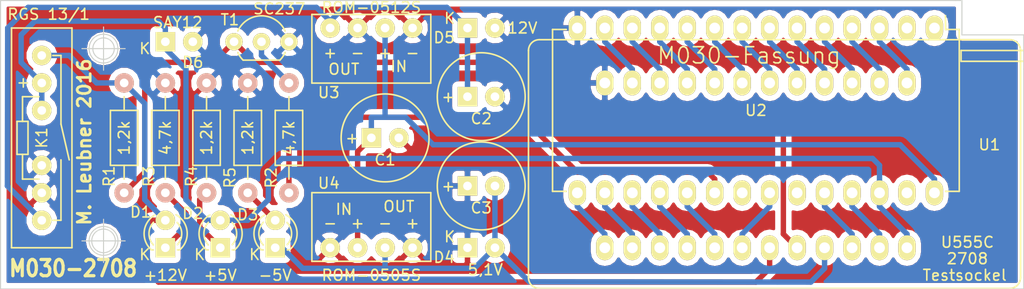
<source format=kicad_pcb>
(kicad_pcb (version 4) (host pcbnew 4.0.1-stable)

  (general
    (links 61)
    (no_connects 0)
    (area 91.389999 85.87 201.035001 113.255001)
    (thickness 1.6)
    (drawings 14)
    (tracks 157)
    (zones 0)
    (modules 20)
    (nets 37)
  )

  (page A4)
  (layers
    (0 F.Cu signal hide)
    (31 B.Cu signal hide)
    (32 B.Adhes user hide)
    (33 F.Adhes user hide)
    (34 B.Paste user hide)
    (35 F.Paste user hide)
    (36 B.SilkS user hide)
    (37 F.SilkS user)
    (38 B.Mask user hide)
    (39 F.Mask user hide)
    (40 Dwgs.User user hide)
    (41 Cmts.User user hide)
    (42 Eco1.User user hide)
    (43 Eco2.User user hide)
    (44 Edge.Cuts user)
    (45 Margin user hide)
    (46 B.CrtYd user hide)
    (47 F.CrtYd user hide)
    (48 B.Fab user hide)
    (49 F.Fab user hide)
  )

  (setup
    (last_trace_width 0.5)
    (trace_clearance 0.2)
    (zone_clearance 0.508)
    (zone_45_only no)
    (trace_min 0.5)
    (segment_width 0.2)
    (edge_width 0.1)
    (via_size 0.6)
    (via_drill 0.4)
    (via_min_size 0.4)
    (via_min_drill 0.3)
    (uvia_size 0.3)
    (uvia_drill 0.1)
    (uvias_allowed no)
    (uvia_min_size 0.2)
    (uvia_min_drill 0.1)
    (pcb_text_width 0.3)
    (pcb_text_size 1.5 1.5)
    (mod_edge_width 0.15)
    (mod_text_size 1 1)
    (mod_text_width 0.15)
    (pad_size 1.8 1.8)
    (pad_drill 0.8)
    (pad_to_mask_clearance 0)
    (aux_axis_origin 177.8 88.9)
    (visible_elements 7FFFF7FF)
    (pcbplotparams
      (layerselection 0x00030_80000001)
      (usegerberextensions false)
      (excludeedgelayer true)
      (linewidth 0.100000)
      (plotframeref false)
      (viasonmask false)
      (mode 1)
      (useauxorigin false)
      (hpglpennumber 1)
      (hpglpenspeed 20)
      (hpglpendiameter 15)
      (hpglpenoverlay 2)
      (psnegative false)
      (psa4output false)
      (plotreference true)
      (plotvalue true)
      (plotinvisibletext false)
      (padsonsilk false)
      (subtractmaskfromsilk false)
      (outputformat 1)
      (mirror false)
      (drillshape 1)
      (scaleselection 1)
      (outputdirectory ""))
  )

  (net 0 "")
  (net 1 "Net-(D1-Pad1)")
  (net 2 /+12V)
  (net 3 "Net-(D2-Pad1)")
  (net 4 /-5V)
  (net 5 "Net-(D3-Pad2)")
  (net 6 GND)
  (net 7 "Net-(R2-Pad2)")
  (net 8 "Net-(U1-Pad1)")
  (net 9 "Net-(U1-Pad2)")
  (net 10 /A7)
  (net 11 /A6)
  (net 12 /A5)
  (net 13 /A4)
  (net 14 /A3)
  (net 15 /A2)
  (net 16 /A1)
  (net 17 /A0)
  (net 18 /D0)
  (net 19 /D1)
  (net 20 /D2)
  (net 21 /D3)
  (net 22 /D4)
  (net 23 /D5)
  (net 24 /D6)
  (net 25 /D7)
  (net 26 "Net-(U1-Pad21)")
  (net 27 "Net-(U1-Pad23)")
  (net 28 /A9)
  (net 29 /A8)
  (net 30 "Net-(U1-Pad27)")
  (net 31 -)
  (net 32 /Vcc)
  (net 33 /Udd)
  (net 34 /CS/WE)
  (net 35 //CE)
  (net 36 /PR)

  (net_class Default "Dies ist die voreingestellte Netzklasse."
    (clearance 0.2)
    (trace_width 0.5)
    (via_dia 0.6)
    (via_drill 0.4)
    (uvia_dia 0.3)
    (uvia_drill 0.1)
    (add_net -)
    (add_net /+12V)
    (add_net /-5V)
    (add_net //CE)
    (add_net /A0)
    (add_net /A1)
    (add_net /A2)
    (add_net /A3)
    (add_net /A4)
    (add_net /A5)
    (add_net /A6)
    (add_net /A7)
    (add_net /A8)
    (add_net /A9)
    (add_net /CS/WE)
    (add_net /D0)
    (add_net /D1)
    (add_net /D2)
    (add_net /D3)
    (add_net /D4)
    (add_net /D5)
    (add_net /D6)
    (add_net /D7)
    (add_net /PR)
    (add_net /Udd)
    (add_net /Vcc)
    (add_net GND)
    (add_net "Net-(D1-Pad1)")
    (add_net "Net-(D2-Pad1)")
    (add_net "Net-(D3-Pad2)")
    (add_net "Net-(R2-Pad2)")
    (add_net "Net-(U1-Pad1)")
    (add_net "Net-(U1-Pad2)")
    (add_net "Net-(U1-Pad21)")
    (add_net "Net-(U1-Pad23)")
    (add_net "Net-(U1-Pad27)")
  )

  (module M030_Footprints:RGS13 (layer F.Cu) (tedit 56C4B090) (tstamp 56BA4B39)
    (at 95.25 99.06 270)
    (descr "Relais, SIL, 1 Schließer, Einreihig, stehend, ")
    (tags "Relais, SIL, Schließer, 1 x Sm, Einreihig, stehend, Finder Type34.51, RevB, Date 25Jun2010")
    (path /5699B649)
    (fp_text reference K1 (at 0 0 270) (layer F.SilkS)
      (effects (font (size 1 1) (thickness 0.15)))
    )
    (fp_text value "RGS 13/1" (at -11.43 -0.635 360) (layer F.SilkS)
      (effects (font (size 1 1) (thickness 0.15)))
    )
    (fp_line (start 7.62 -1.778) (end 7.62 -1.016) (layer F.SilkS) (width 0.15))
    (fp_line (start -7.62 -1.778) (end -7.62 -1.016) (layer F.SilkS) (width 0.15))
    (fp_line (start -3.81 1.778) (end -1.524 1.778) (layer F.SilkS) (width 0.15))
    (fp_line (start 3.81 1.778) (end 1.524 1.778) (layer F.SilkS) (width 0.15))
    (fp_line (start -1.524 2.286) (end 1.524 2.286) (layer F.SilkS) (width 0.15))
    (fp_line (start 1.524 1.27) (end -1.524 1.27) (layer F.SilkS) (width 0.15))
    (fp_line (start -10.16 -2.794) (end -10.16 2.794) (layer F.SilkS) (width 0.15))
    (fp_line (start 10.16 -2.794) (end 10.16 2.794) (layer F.SilkS) (width 0.15))
    (fp_line (start -1.524 1.27) (end -1.524 2.286) (layer F.SilkS) (width 0.15))
    (fp_line (start 1.524 1.27) (end 1.524 2.286) (layer F.SilkS) (width 0.15))
    (fp_text user + (at -5.08 1.778 270) (layer F.SilkS)
      (effects (font (size 1 1) (thickness 0.15)))
    )
    (fp_line (start 10.16 2.794) (end -10.16 2.794) (layer F.SilkS) (width 0.15))
    (fp_line (start -10.16 -2.794) (end 10.16 -2.794) (layer F.SilkS) (width 0.15))
    (fp_line (start -7.62 -1.778) (end -1.27 -1.778) (layer F.SilkS) (width 0.15))
    (fp_line (start -1.27 -1.778) (end 2.032 -2.54) (layer F.SilkS) (width 0.15))
    (fp_line (start 7.62 -1.778) (end 2.032 -1.778) (layer F.SilkS) (width 0.15))
    (fp_line (start 3.81 1.778) (end 3.81 0.254) (layer F.SilkS) (width 0.15))
    (fp_line (start -3.81 1.778) (end -3.81 0.254) (layer F.SilkS) (width 0.15))
    (pad 2 thru_hole circle (at -5.08 0 90) (size 1.8 1.8) (drill 0.8) (layers *.Cu *.Mask F.SilkS)
      (net 31 -))
    (pad 6 thru_hole circle (at 5.08 0 90) (size 1.8 1.8) (drill 0.8) (layers *.Cu *.Mask F.SilkS)
      (net 6 GND))
    (pad 7 thru_hole circle (at 7.62 0 90) (size 1.8 1.8) (drill 0.8) (layers *.Cu *.Mask F.SilkS)
      (net 2 /+12V))
    (pad 1 thru_hole circle (at -7.62 0 90) (size 1.8 1.8) (drill 0.8) (layers *.Cu *.Mask F.SilkS)
      (net 33 /Udd))
    (pad 3 thru_hole circle (at -2.54 0 90) (size 1.8 1.8) (drill 0.8) (layers *.Cu *.Mask F.SilkS)
      (net 31 -))
    (pad 5 thru_hole circle (at 2.54 0 90) (size 1.8 1.8) (drill 0.8) (layers *.Cu *.Mask F.SilkS)
      (net 6 GND))
    (model Relays_ThroughHole.3dshapes/Relay_SPDT_SingleRow_Standing_FinderType34Point51.wrl
      (at (xyz 0 0 0))
      (scale (xyz 1 1 1))
      (rotate (xyz 0 0 0))
    )
  )

  (module Diodes_ThroughHole:Diode_DO-41_SOD81_Vertical_AnodeUp (layer F.Cu) (tedit 56C4B187) (tstamp 56C474B1)
    (at 106.68 90.17)
    (descr "Diode, DO-41, SOD81, Vertical, Anode Up,")
    (tags "Diode, DO-41, SOD81, Vertical, Anode Up, 1N4007, SB140,")
    (path /5699CAFF)
    (fp_text reference D6 (at 2.54 1.905) (layer F.SilkS)
      (effects (font (size 1 1) (thickness 0.15)))
    )
    (fp_text value SAY12 (at 1.143 -1.778) (layer F.SilkS)
      (effects (font (size 1 1) (thickness 0.15)))
    )
    (fp_text user K (at -1.905 0.635) (layer F.SilkS)
      (effects (font (size 1 1) (thickness 0.15)))
    )
    (pad 2 thru_hole circle (at 2.54 0) (size 1.8 1.8) (drill 0.8) (layers *.Cu *.Mask F.SilkS)
      (net 6 GND))
    (pad 1 thru_hole rect (at 0 0) (size 1.8 1.8) (drill 0.8) (layers *.Cu *.Mask F.SilkS)
      (net 31 -))
  )

  (module Diodes_ThroughHole:Diode_DO-41_SOD81_Vertical_KathodeUp (layer F.Cu) (tedit 56C4AE4D) (tstamp 56BF24DD)
    (at 133.35 109.22)
    (descr "Diode, DO-41, SOD81, Vertica,l Anode Up,")
    (tags "Diode, DO-41, SOD81, Vertical, Anode Up, 1N4007, SB140,")
    (path /56BF21C7)
    (fp_text reference D4 (at -0.889 0.889) (layer F.SilkS)
      (effects (font (size 1 1) (thickness 0.15)))
    )
    (fp_text value 5,1V (at 2.921 2.032) (layer F.SilkS)
      (effects (font (size 1 1) (thickness 0.15)))
    )
    (fp_text user K (at -0.381 -1.016) (layer F.SilkS)
      (effects (font (size 1 1) (thickness 0.15)))
    )
    (pad 2 thru_hole circle (at 3.81 0 180) (size 1.8 1.8) (drill 0.8) (layers *.Cu *.Mask F.SilkS)
      (net 4 /-5V))
    (pad 1 thru_hole rect (at 1.27 0 180) (size 1.8 1.8) (drill 0.8) (layers *.Cu *.Mask F.SilkS)
      (net 6 GND))
  )

  (module Diodes_ThroughHole:Diode_DO-41_SOD81_Vertical_KathodeUp (layer F.Cu) (tedit 56C4AE3A) (tstamp 56BF24E3)
    (at 133.35 88.9)
    (descr "Diode, DO-41, SOD81, Vertica,l Anode Up,")
    (tags "Diode, DO-41, SOD81, Vertical, Anode Up, 1N4007, SB140,")
    (path /56BF34D1)
    (fp_text reference D5 (at -0.889 0.889) (layer F.SilkS)
      (effects (font (size 1 1) (thickness 0.15)))
    )
    (fp_text value 12V (at 6.35 0) (layer F.SilkS)
      (effects (font (size 1 1) (thickness 0.15)))
    )
    (fp_text user K (at -0.381 -0.889) (layer F.SilkS)
      (effects (font (size 1 1) (thickness 0.15)))
    )
    (pad 2 thru_hole circle (at 3.81 0 180) (size 1.8 1.8) (drill 0.8) (layers *.Cu *.Mask F.SilkS)
      (net 6 GND))
    (pad 1 thru_hole rect (at 1.27 0 180) (size 1.8 1.8) (drill 0.8) (layers *.Cu *.Mask F.SilkS)
      (net 2 /+12V))
  )

  (module M030_Footprints:DIP-24_Testsockel (layer F.Cu) (tedit 56C49F5E) (tstamp 56C326B9)
    (at 175.26 93.98)
    (descr "Testsockel 24polig")
    (tags "Testsockel 24 Textool")
    (path /56992572)
    (fp_text reference U2 (at -13.97 2.54) (layer F.SilkS)
      (effects (font (size 1 1) (thickness 0.15)))
    )
    (fp_text value U555C (at 5.588 14.732) (layer F.SilkS)
      (effects (font (size 1 1) (thickness 0.15)))
    )
    (fp_text user 2708 (at 5.588 16.256) (layer F.SilkS)
      (effects (font (size 1 1) (thickness 0.15)))
    )
    (fp_text user Testsockel (at 5.334 17.78) (layer F.SilkS)
      (effects (font (size 1 1) (thickness 0.15)))
    )
    (fp_line (start 5 -2) (end 20 -2) (layer F.SilkS) (width 0.15))
    (fp_line (start 5 -3) (end 20 -3) (layer F.SilkS) (width 0.15))
    (fp_line (start 20 -3.5) (end 20 -1.5) (layer F.SilkS) (width 0.15))
    (fp_line (start 25.5 -3.5) (end 25.5 -1.5) (layer F.SilkS) (width 0.15))
    (fp_line (start 24.5 -0.5) (end 21 -0.5) (layer F.SilkS) (width 0.15))
    (fp_line (start 21 -4.5) (end 24.5 -4.5) (layer F.SilkS) (width 0.15))
    (fp_arc (start 24.5 -3.5) (end 24.5 -4.5) (angle 90) (layer F.SilkS) (width 0.15))
    (fp_arc (start 21 -3.5) (end 20 -3.5) (angle 90) (layer F.SilkS) (width 0.15))
    (fp_arc (start 24.5 -1.5) (end 25.5 -1.5) (angle 90) (layer F.SilkS) (width 0.15))
    (fp_arc (start 21 -1.5) (end 21 -0.5) (angle 90) (layer F.SilkS) (width 0.15))
    (fp_line (start 20 -3) (end 20 -2) (layer F.SilkS) (width 0.15))
    (fp_line (start 5 -2) (end 5 -3) (layer F.SilkS) (width 0.15))
    (fp_line (start -35 18) (end -35 -3) (layer F.SilkS) (width 0.15))
    (fp_line (start 9.5 19) (end -34 19) (layer F.SilkS) (width 0.15))
    (fp_line (start 10.5 -3) (end 10.5 18) (layer F.SilkS) (width 0.15))
    (fp_line (start -34 -4) (end 9.5 -4) (layer F.SilkS) (width 0.15))
    (fp_arc (start -34 18) (end -34 19) (angle 90) (layer F.SilkS) (width 0.15))
    (fp_arc (start -34 -3) (end -35 -3) (angle 90) (layer F.SilkS) (width 0.15))
    (fp_arc (start 9.5 18) (end 10.5 18) (angle 90) (layer F.SilkS) (width 0.15))
    (fp_arc (start 9.5 -3) (end 9.5 -4) (angle 90) (layer F.SilkS) (width 0.15))
    (fp_line (start 2.45 -1.4) (end -30.4 -1.4) (layer F.CrtYd) (width 0.05))
    (fp_line (start 2.45 16.65) (end -30.4 16.65) (layer F.CrtYd) (width 0.05))
    (fp_line (start 2.45 -1.4) (end 2.45 16.65) (layer F.CrtYd) (width 0.05))
    (fp_line (start -30.4 -1.4) (end -30.4 16.65) (layer F.CrtYd) (width 0.05))
    (pad 1 thru_hole oval (at 0 0 270) (size 2.3 1.6) (drill 1) (layers *.Cu *.Mask F.SilkS)
      (net 10 /A7))
    (pad 2 thru_hole oval (at -2.54 0 270) (size 2.3 1.6) (drill 1) (layers *.Cu *.Mask F.SilkS)
      (net 11 /A6))
    (pad 3 thru_hole oval (at -5.08 0 270) (size 2.3 1.6) (drill 1) (layers *.Cu *.Mask F.SilkS)
      (net 12 /A5))
    (pad 4 thru_hole oval (at -7.62 0 270) (size 2.3 1.6) (drill 1) (layers *.Cu *.Mask F.SilkS)
      (net 13 /A4))
    (pad 5 thru_hole oval (at -10.16 0 270) (size 2.3 1.6) (drill 1) (layers *.Cu *.Mask F.SilkS)
      (net 14 /A3))
    (pad 6 thru_hole oval (at -12.7 0 270) (size 2.3 1.6) (drill 1) (layers *.Cu *.Mask F.SilkS)
      (net 15 /A2))
    (pad 7 thru_hole oval (at -15.24 0 270) (size 2.3 1.6) (drill 1) (layers *.Cu *.Mask F.SilkS)
      (net 16 /A1))
    (pad 8 thru_hole oval (at -17.78 0 270) (size 2.3 1.6) (drill 1) (layers *.Cu *.Mask F.SilkS)
      (net 17 /A0))
    (pad 9 thru_hole oval (at -20.32 0 270) (size 2.3 1.6) (drill 1) (layers *.Cu *.Mask F.SilkS)
      (net 18 /D0))
    (pad 10 thru_hole oval (at -22.86 0 270) (size 2.3 1.6) (drill 1) (layers *.Cu *.Mask F.SilkS)
      (net 19 /D1))
    (pad 11 thru_hole oval (at -25.4 0 270) (size 2.3 1.6) (drill 1) (layers *.Cu *.Mask F.SilkS)
      (net 20 /D2))
    (pad 12 thru_hole oval (at -27.94 0 270) (size 2.3 1.6) (drill 1) (layers *.Cu *.Mask F.SilkS)
      (net 6 GND))
    (pad 13 thru_hole oval (at -27.94 15.24 270) (size 2.3 1.6) (drill 1) (layers *.Cu *.Mask F.SilkS)
      (net 21 /D3))
    (pad 14 thru_hole oval (at -25.4 15.24 270) (size 2.3 1.6) (drill 1) (layers *.Cu *.Mask F.SilkS)
      (net 22 /D4))
    (pad 15 thru_hole oval (at -22.86 15.24 270) (size 2.3 1.6) (drill 1) (layers *.Cu *.Mask F.SilkS)
      (net 23 /D5))
    (pad 16 thru_hole oval (at -20.32 15.24 270) (size 2.3 1.6) (drill 1) (layers *.Cu *.Mask F.SilkS)
      (net 24 /D6))
    (pad 17 thru_hole oval (at -17.78 15.24 270) (size 2.3 1.6) (drill 1) (layers *.Cu *.Mask F.SilkS)
      (net 25 /D7))
    (pad 18 thru_hole oval (at -15.24 15.24 270) (size 2.3 1.6) (drill 1) (layers *.Cu *.Mask F.SilkS)
      (net 36 /PR))
    (pad 19 thru_hole oval (at -12.7 15.24 270) (size 2.3 1.6) (drill 1) (layers *.Cu *.Mask F.SilkS)
      (net 33 /Udd))
    (pad 20 thru_hole oval (at -10.16 15.24 270) (size 2.3 1.6) (drill 1) (layers *.Cu *.Mask F.SilkS)
      (net 34 /CS/WE))
    (pad 21 thru_hole oval (at -7.62 15.24 270) (size 2.3 1.6) (drill 1) (layers *.Cu *.Mask F.SilkS)
      (net 4 /-5V))
    (pad 22 thru_hole oval (at -5.08 15.24 270) (size 2.3 1.6) (drill 1) (layers *.Cu *.Mask F.SilkS)
      (net 28 /A9))
    (pad 23 thru_hole oval (at -2.54 15.24 270) (size 2.3 1.6) (drill 1) (layers *.Cu *.Mask F.SilkS)
      (net 29 /A8))
    (pad 24 thru_hole oval (at 0 15.24 270) (size 2.3 1.6) (drill 1) (layers *.Cu *.Mask F.SilkS)
      (net 31 -))
    (model Housings_DIP.3dshapes/DIP-24_W15.24mm_LongPads.wrl
      (at (xyz 0 0 0))
      (scale (xyz 1 1 1))
      (rotate (xyz 0 0 0))
    )
  )

  (module LEDs:LED-3MM (layer F.Cu) (tedit 56C4A4DB) (tstamp 56BA4B11)
    (at 106.68 109.22 90)
    (descr "LED 3mm round vertical")
    (tags "LED  3mm round vertical")
    (path /5699E3C9)
    (fp_text reference D1 (at 3.302 -2.286 180) (layer F.SilkS)
      (effects (font (size 1 1) (thickness 0.15)))
    )
    (fp_text value +12V (at -2.54 0 180) (layer F.SilkS)
      (effects (font (size 1 1) (thickness 0.15)))
    )
    (fp_line (start -1.2 2.3) (end 3.8 2.3) (layer F.CrtYd) (width 0.05))
    (fp_line (start 3.8 2.3) (end 3.8 -2.2) (layer F.CrtYd) (width 0.05))
    (fp_line (start 3.8 -2.2) (end -1.2 -2.2) (layer F.CrtYd) (width 0.05))
    (fp_line (start -1.2 -2.2) (end -1.2 2.3) (layer F.CrtYd) (width 0.05))
    (fp_line (start -0.199 1.314) (end -0.199 1.114) (layer F.SilkS) (width 0.15))
    (fp_line (start -0.199 -1.28) (end -0.199 -1.1) (layer F.SilkS) (width 0.15))
    (fp_arc (start 1.301 0.034) (end -0.199 -1.286) (angle 108.5) (layer F.SilkS) (width 0.15))
    (fp_arc (start 1.301 0.034) (end 0.25 -1.1) (angle 85.7) (layer F.SilkS) (width 0.15))
    (fp_arc (start 1.311 0.034) (end 3.051 0.994) (angle 110) (layer F.SilkS) (width 0.15))
    (fp_arc (start 1.301 0.034) (end 2.335 1.094) (angle 87.5) (layer F.SilkS) (width 0.15))
    (fp_text user K (at -0.635 -1.905 180) (layer F.SilkS)
      (effects (font (size 1 1) (thickness 0.15)))
    )
    (pad 1 thru_hole rect (at 0 0 180) (size 1.8 1.8) (drill 0.8) (layers *.Cu *.Mask F.SilkS)
      (net 1 "Net-(D1-Pad1)"))
    (pad 2 thru_hole circle (at 2.54 0 90) (size 1.8 1.8) (drill 0.8) (layers *.Cu *.Mask F.SilkS)
      (net 33 /Udd))
    (model LEDs.3dshapes/LED-3MM.wrl
      (at (xyz 0.05 0 0))
      (scale (xyz 1 1 1))
      (rotate (xyz 0 0 90))
    )
  )

  (module LEDs:LED-3MM (layer F.Cu) (tedit 56C4A4E0) (tstamp 56BA4B17)
    (at 111.76 109.22 90)
    (descr "LED 3mm round vertical")
    (tags "LED  3mm round vertical")
    (path /5699E295)
    (fp_text reference D2 (at 3.175 -2.54 180) (layer F.SilkS)
      (effects (font (size 1 1) (thickness 0.15)))
    )
    (fp_text value +5V (at -2.54 0 180) (layer F.SilkS)
      (effects (font (size 1 1) (thickness 0.15)))
    )
    (fp_line (start -1.2 2.3) (end 3.8 2.3) (layer F.CrtYd) (width 0.05))
    (fp_line (start 3.8 2.3) (end 3.8 -2.2) (layer F.CrtYd) (width 0.05))
    (fp_line (start 3.8 -2.2) (end -1.2 -2.2) (layer F.CrtYd) (width 0.05))
    (fp_line (start -1.2 -2.2) (end -1.2 2.3) (layer F.CrtYd) (width 0.05))
    (fp_line (start -0.199 1.314) (end -0.199 1.114) (layer F.SilkS) (width 0.15))
    (fp_line (start -0.199 -1.28) (end -0.199 -1.1) (layer F.SilkS) (width 0.15))
    (fp_arc (start 1.301 0.034) (end -0.199 -1.286) (angle 108.5) (layer F.SilkS) (width 0.15))
    (fp_arc (start 1.301 0.034) (end 0.25 -1.1) (angle 85.7) (layer F.SilkS) (width 0.15))
    (fp_arc (start 1.311 0.034) (end 3.051 0.994) (angle 110) (layer F.SilkS) (width 0.15))
    (fp_arc (start 1.301 0.034) (end 2.335 1.094) (angle 87.5) (layer F.SilkS) (width 0.15))
    (fp_text user K (at -0.635 -1.905 180) (layer F.SilkS)
      (effects (font (size 1 1) (thickness 0.15)))
    )
    (pad 1 thru_hole rect (at 0 0 180) (size 1.8 1.8) (drill 0.8) (layers *.Cu *.Mask F.SilkS)
      (net 3 "Net-(D2-Pad1)"))
    (pad 2 thru_hole circle (at 2.54 0 90) (size 1.8 1.8) (drill 0.8) (layers *.Cu *.Mask F.SilkS)
      (net 31 -))
    (model LEDs.3dshapes/LED-3MM.wrl
      (at (xyz 0.05 0 0))
      (scale (xyz 1 1 1))
      (rotate (xyz 0 0 90))
    )
  )

  (module LEDs:LED-3MM (layer F.Cu) (tedit 56C4A4E4) (tstamp 56BA4B1D)
    (at 116.84 109.22 90)
    (descr "LED 3mm round vertical")
    (tags "LED  3mm round vertical")
    (path /5699E372)
    (fp_text reference D3 (at 3.048 -2.54 180) (layer F.SilkS)
      (effects (font (size 1 1) (thickness 0.15)))
    )
    (fp_text value -5V (at -2.54 0 180) (layer F.SilkS)
      (effects (font (size 1 1) (thickness 0.15)))
    )
    (fp_line (start -1.2 2.3) (end 3.8 2.3) (layer F.CrtYd) (width 0.05))
    (fp_line (start 3.8 2.3) (end 3.8 -2.2) (layer F.CrtYd) (width 0.05))
    (fp_line (start 3.8 -2.2) (end -1.2 -2.2) (layer F.CrtYd) (width 0.05))
    (fp_line (start -1.2 -2.2) (end -1.2 2.3) (layer F.CrtYd) (width 0.05))
    (fp_line (start -0.199 1.314) (end -0.199 1.114) (layer F.SilkS) (width 0.15))
    (fp_line (start -0.199 -1.28) (end -0.199 -1.1) (layer F.SilkS) (width 0.15))
    (fp_arc (start 1.301 0.034) (end -0.199 -1.286) (angle 108.5) (layer F.SilkS) (width 0.15))
    (fp_arc (start 1.301 0.034) (end 0.25 -1.1) (angle 85.7) (layer F.SilkS) (width 0.15))
    (fp_arc (start 1.311 0.034) (end 3.051 0.994) (angle 110) (layer F.SilkS) (width 0.15))
    (fp_arc (start 1.301 0.034) (end 2.335 1.094) (angle 87.5) (layer F.SilkS) (width 0.15))
    (fp_text user K (at -0.635 -1.905 180) (layer F.SilkS)
      (effects (font (size 1 1) (thickness 0.15)))
    )
    (pad 1 thru_hole rect (at 0 0 180) (size 1.8 1.8) (drill 0.8) (layers *.Cu *.Mask F.SilkS)
      (net 4 /-5V))
    (pad 2 thru_hole circle (at 2.54 0 90) (size 1.8 1.8) (drill 0.8) (layers *.Cu *.Mask F.SilkS)
      (net 5 "Net-(D3-Pad2)"))
    (model LEDs.3dshapes/LED-3MM.wrl
      (at (xyz 0.05 0 0))
      (scale (xyz 1 1 1))
      (rotate (xyz 0 0 90))
    )
  )

  (module Resistors_ThroughHole:Resistor_Horizontal_RM10mm (layer F.Cu) (tedit 56C59A12) (tstamp 56BA4B3F)
    (at 102.87 93.98 270)
    (descr "Resistor, Axial,  RM 10mm, 1/3W")
    (tags "Resistor Axial RM 10mm 1/3W")
    (path /56997D0B)
    (fp_text reference R1 (at 8.636 1.397 270) (layer F.SilkS)
      (effects (font (size 1 1) (thickness 0.15)))
    )
    (fp_text value 1,2k (at 5.08 0 270) (layer F.SilkS)
      (effects (font (size 1 1) (thickness 0.15)))
    )
    (fp_line (start -1.25 -1.5) (end 11.4 -1.5) (layer F.CrtYd) (width 0.05))
    (fp_line (start -1.25 1.5) (end -1.25 -1.5) (layer F.CrtYd) (width 0.05))
    (fp_line (start 11.4 -1.5) (end 11.4 1.5) (layer F.CrtYd) (width 0.05))
    (fp_line (start -1.25 1.5) (end 11.4 1.5) (layer F.CrtYd) (width 0.05))
    (fp_line (start 2.54 -1.27) (end 7.62 -1.27) (layer F.SilkS) (width 0.15))
    (fp_line (start 7.62 -1.27) (end 7.62 1.27) (layer F.SilkS) (width 0.15))
    (fp_line (start 7.62 1.27) (end 2.54 1.27) (layer F.SilkS) (width 0.15))
    (fp_line (start 2.54 1.27) (end 2.54 -1.27) (layer F.SilkS) (width 0.15))
    (fp_line (start 2.54 0) (end 1.27 0) (layer F.SilkS) (width 0.15))
    (fp_line (start 7.62 0) (end 8.89 0) (layer F.SilkS) (width 0.15))
    (pad 1 thru_hole circle (at 0 0 270) (size 1.8 1.8) (drill 0.8) (layers *.Cu *.SilkS *.Mask)
      (net 33 /Udd))
    (pad 2 thru_hole circle (at 10.16 0 270) (size 1.8 1.8) (drill 0.8) (layers *.Cu *.SilkS *.Mask)
      (net 34 /CS/WE))
    (model Resistors_ThroughHole.3dshapes/Resistor_Horizontal_RM10mm.wrl
      (at (xyz 0 0 0))
      (scale (xyz 0.4 0.4 0.4))
      (rotate (xyz 0 0 0))
    )
  )

  (module Resistors_ThroughHole:Resistor_Horizontal_RM10mm (layer F.Cu) (tedit 56C4A1B3) (tstamp 56BA4B45)
    (at 118.11 104.14 90)
    (descr "Resistor, Axial,  RM 10mm, 1/3W")
    (tags "Resistor Axial RM 10mm 1/3W")
    (path /56997D98)
    (fp_text reference R2 (at 1.397 -1.651 90) (layer F.SilkS)
      (effects (font (size 1 1) (thickness 0.15)))
    )
    (fp_text value 4,7k (at 5.08 0 90) (layer F.SilkS)
      (effects (font (size 1 1) (thickness 0.15)))
    )
    (fp_line (start -1.25 -1.5) (end 11.4 -1.5) (layer F.CrtYd) (width 0.05))
    (fp_line (start -1.25 1.5) (end -1.25 -1.5) (layer F.CrtYd) (width 0.05))
    (fp_line (start 11.4 -1.5) (end 11.4 1.5) (layer F.CrtYd) (width 0.05))
    (fp_line (start -1.25 1.5) (end 11.4 1.5) (layer F.CrtYd) (width 0.05))
    (fp_line (start 2.54 -1.27) (end 7.62 -1.27) (layer F.SilkS) (width 0.15))
    (fp_line (start 7.62 -1.27) (end 7.62 1.27) (layer F.SilkS) (width 0.15))
    (fp_line (start 7.62 1.27) (end 2.54 1.27) (layer F.SilkS) (width 0.15))
    (fp_line (start 2.54 1.27) (end 2.54 -1.27) (layer F.SilkS) (width 0.15))
    (fp_line (start 2.54 0) (end 1.27 0) (layer F.SilkS) (width 0.15))
    (fp_line (start 7.62 0) (end 8.89 0) (layer F.SilkS) (width 0.15))
    (pad 1 thru_hole circle (at 0 0 90) (size 1.8 1.8) (drill 0.8) (layers *.Cu *.SilkS *.Mask)
      (net 35 //CE))
    (pad 2 thru_hole circle (at 10.16 0 90) (size 1.8 1.8) (drill 0.8) (layers *.Cu *.SilkS *.Mask)
      (net 7 "Net-(R2-Pad2)"))
    (model Resistors_ThroughHole.3dshapes/Resistor_Horizontal_RM10mm.wrl
      (at (xyz 0 0 0))
      (scale (xyz 0.4 0.4 0.4))
      (rotate (xyz 0 0 0))
    )
  )

  (module Resistors_ThroughHole:Resistor_Horizontal_RM10mm (layer F.Cu) (tedit 56C59A00) (tstamp 56BA4B4B)
    (at 106.68 104.14 90)
    (descr "Resistor, Axial,  RM 10mm, 1/3W")
    (tags "Resistor Axial RM 10mm 1/3W")
    (path /5699E645)
    (fp_text reference R3 (at 1.524 -1.524 90) (layer F.SilkS)
      (effects (font (size 1 1) (thickness 0.15)))
    )
    (fp_text value 4,7k (at 5.08 0 90) (layer F.SilkS)
      (effects (font (size 1 1) (thickness 0.15)))
    )
    (fp_line (start -1.25 -1.5) (end 11.4 -1.5) (layer F.CrtYd) (width 0.05))
    (fp_line (start -1.25 1.5) (end -1.25 -1.5) (layer F.CrtYd) (width 0.05))
    (fp_line (start 11.4 -1.5) (end 11.4 1.5) (layer F.CrtYd) (width 0.05))
    (fp_line (start -1.25 1.5) (end 11.4 1.5) (layer F.CrtYd) (width 0.05))
    (fp_line (start 2.54 -1.27) (end 7.62 -1.27) (layer F.SilkS) (width 0.15))
    (fp_line (start 7.62 -1.27) (end 7.62 1.27) (layer F.SilkS) (width 0.15))
    (fp_line (start 7.62 1.27) (end 2.54 1.27) (layer F.SilkS) (width 0.15))
    (fp_line (start 2.54 1.27) (end 2.54 -1.27) (layer F.SilkS) (width 0.15))
    (fp_line (start 2.54 0) (end 1.27 0) (layer F.SilkS) (width 0.15))
    (fp_line (start 7.62 0) (end 8.89 0) (layer F.SilkS) (width 0.15))
    (pad 1 thru_hole circle (at 0 0 90) (size 1.8 1.8) (drill 0.8) (layers *.Cu *.SilkS *.Mask)
      (net 1 "Net-(D1-Pad1)"))
    (pad 2 thru_hole circle (at 10.16 0 90) (size 1.8 1.8) (drill 0.8) (layers *.Cu *.SilkS *.Mask)
      (net 6 GND))
    (model Resistors_ThroughHole.3dshapes/Resistor_Horizontal_RM10mm.wrl
      (at (xyz 0 0 0))
      (scale (xyz 0.4 0.4 0.4))
      (rotate (xyz 0 0 0))
    )
  )

  (module Resistors_ThroughHole:Resistor_Horizontal_RM10mm (layer F.Cu) (tedit 56C59A1A) (tstamp 56BA4B51)
    (at 110.49 104.14 90)
    (descr "Resistor, Axial,  RM 10mm, 1/3W")
    (tags "Resistor Axial RM 10mm 1/3W")
    (path /5699E6AC)
    (fp_text reference R4 (at 1.524 -1.397 90) (layer F.SilkS)
      (effects (font (size 1 1) (thickness 0.15)))
    )
    (fp_text value 1,2k (at 5.08 0 90) (layer F.SilkS)
      (effects (font (size 1 1) (thickness 0.15)))
    )
    (fp_line (start -1.25 -1.5) (end 11.4 -1.5) (layer F.CrtYd) (width 0.05))
    (fp_line (start -1.25 1.5) (end -1.25 -1.5) (layer F.CrtYd) (width 0.05))
    (fp_line (start 11.4 -1.5) (end 11.4 1.5) (layer F.CrtYd) (width 0.05))
    (fp_line (start -1.25 1.5) (end 11.4 1.5) (layer F.CrtYd) (width 0.05))
    (fp_line (start 2.54 -1.27) (end 7.62 -1.27) (layer F.SilkS) (width 0.15))
    (fp_line (start 7.62 -1.27) (end 7.62 1.27) (layer F.SilkS) (width 0.15))
    (fp_line (start 7.62 1.27) (end 2.54 1.27) (layer F.SilkS) (width 0.15))
    (fp_line (start 2.54 1.27) (end 2.54 -1.27) (layer F.SilkS) (width 0.15))
    (fp_line (start 2.54 0) (end 1.27 0) (layer F.SilkS) (width 0.15))
    (fp_line (start 7.62 0) (end 8.89 0) (layer F.SilkS) (width 0.15))
    (pad 1 thru_hole circle (at 0 0 90) (size 1.8 1.8) (drill 0.8) (layers *.Cu *.SilkS *.Mask)
      (net 3 "Net-(D2-Pad1)"))
    (pad 2 thru_hole circle (at 10.16 0 90) (size 1.8 1.8) (drill 0.8) (layers *.Cu *.SilkS *.Mask)
      (net 6 GND))
    (model Resistors_ThroughHole.3dshapes/Resistor_Horizontal_RM10mm.wrl
      (at (xyz 0 0 0))
      (scale (xyz 0.4 0.4 0.4))
      (rotate (xyz 0 0 0))
    )
  )

  (module Resistors_ThroughHole:Resistor_Horizontal_RM10mm (layer F.Cu) (tedit 56C4A1A3) (tstamp 56BA4B57)
    (at 114.3 104.14 90)
    (descr "Resistor, Axial,  RM 10mm, 1/3W")
    (tags "Resistor Axial RM 10mm 1/3W")
    (path /5699E6F7)
    (fp_text reference R5 (at 1.397 -1.651 90) (layer F.SilkS)
      (effects (font (size 1 1) (thickness 0.15)))
    )
    (fp_text value 1,2k (at 5.08 0 90) (layer F.SilkS)
      (effects (font (size 1 1) (thickness 0.15)))
    )
    (fp_line (start -1.25 -1.5) (end 11.4 -1.5) (layer F.CrtYd) (width 0.05))
    (fp_line (start -1.25 1.5) (end -1.25 -1.5) (layer F.CrtYd) (width 0.05))
    (fp_line (start 11.4 -1.5) (end 11.4 1.5) (layer F.CrtYd) (width 0.05))
    (fp_line (start -1.25 1.5) (end 11.4 1.5) (layer F.CrtYd) (width 0.05))
    (fp_line (start 2.54 -1.27) (end 7.62 -1.27) (layer F.SilkS) (width 0.15))
    (fp_line (start 7.62 -1.27) (end 7.62 1.27) (layer F.SilkS) (width 0.15))
    (fp_line (start 7.62 1.27) (end 2.54 1.27) (layer F.SilkS) (width 0.15))
    (fp_line (start 2.54 1.27) (end 2.54 -1.27) (layer F.SilkS) (width 0.15))
    (fp_line (start 2.54 0) (end 1.27 0) (layer F.SilkS) (width 0.15))
    (fp_line (start 7.62 0) (end 8.89 0) (layer F.SilkS) (width 0.15))
    (pad 1 thru_hole circle (at 0 0 90) (size 1.8 1.8) (drill 0.8) (layers *.Cu *.SilkS *.Mask)
      (net 5 "Net-(D3-Pad2)"))
    (pad 2 thru_hole circle (at 10.16 0 90) (size 1.8 1.8) (drill 0.8) (layers *.Cu *.SilkS *.Mask)
      (net 6 GND))
    (model Resistors_ThroughHole.3dshapes/Resistor_Horizontal_RM10mm.wrl
      (at (xyz 0 0 0))
      (scale (xyz 0.4 0.4 0.4))
      (rotate (xyz 0 0 0))
    )
  )

  (module Housings_DIP:DIP-28_W15.24mm_LongPads (layer F.Cu) (tedit 56C49EC3) (tstamp 56BA4B77)
    (at 177.8 88.9 270)
    (descr "28-lead dip package, row spacing 15.24 mm (600 mils), longer pads")
    (tags "dil dip 2.54 600")
    (path /5699254B)
    (fp_text reference U1 (at 10.795 -5.08 360) (layer F.SilkS)
      (effects (font (size 1 1) (thickness 0.15)))
    )
    (fp_text value M030-Fassung (at 2.54 17.145 360) (layer F.SilkS)
      (effects (font (size 1.5 1.5) (thickness 0.15)))
    )
    (fp_line (start -1.4 -2.45) (end -1.4 35.5) (layer F.CrtYd) (width 0.05))
    (fp_line (start 16.65 -2.45) (end 16.65 35.5) (layer F.CrtYd) (width 0.05))
    (fp_line (start -1.4 -2.45) (end 16.65 -2.45) (layer F.CrtYd) (width 0.05))
    (fp_line (start -1.4 35.5) (end 16.65 35.5) (layer F.CrtYd) (width 0.05))
    (fp_line (start 0.135 -2.295) (end 0.135 -1.025) (layer F.SilkS) (width 0.15))
    (fp_line (start 15.105 -2.295) (end 15.105 -1.025) (layer F.SilkS) (width 0.15))
    (fp_line (start 15.105 35.315) (end 15.105 34.045) (layer F.SilkS) (width 0.15))
    (fp_line (start 0.135 35.315) (end 0.135 34.045) (layer F.SilkS) (width 0.15))
    (fp_line (start 0.135 -2.295) (end 15.105 -2.295) (layer F.SilkS) (width 0.15))
    (fp_line (start 0.135 35.315) (end 15.105 35.315) (layer F.SilkS) (width 0.15))
    (fp_line (start 0.135 -1.025) (end -1.15 -1.025) (layer F.SilkS) (width 0.15))
    (pad 1 thru_hole oval (at 0 0 270) (size 2.3 1.6) (drill 1) (layers *.Cu *.Mask F.SilkS)
      (net 8 "Net-(U1-Pad1)"))
    (pad 2 thru_hole oval (at 0 2.54 270) (size 2.3 1.6) (drill 1) (layers *.Cu *.Mask F.SilkS)
      (net 9 "Net-(U1-Pad2)"))
    (pad 3 thru_hole oval (at 0 5.08 270) (size 2.3 1.6) (drill 1) (layers *.Cu *.Mask F.SilkS)
      (net 10 /A7))
    (pad 4 thru_hole oval (at 0 7.62 270) (size 2.3 1.6) (drill 1) (layers *.Cu *.Mask F.SilkS)
      (net 11 /A6))
    (pad 5 thru_hole oval (at 0 10.16 270) (size 2.3 1.6) (drill 1) (layers *.Cu *.Mask F.SilkS)
      (net 12 /A5))
    (pad 6 thru_hole oval (at 0 12.7 270) (size 2.3 1.6) (drill 1) (layers *.Cu *.Mask F.SilkS)
      (net 13 /A4))
    (pad 7 thru_hole oval (at 0 15.24 270) (size 2.3 1.6) (drill 1) (layers *.Cu *.Mask F.SilkS)
      (net 14 /A3))
    (pad 8 thru_hole oval (at 0 17.78 270) (size 2.3 1.6) (drill 1) (layers *.Cu *.Mask F.SilkS)
      (net 15 /A2))
    (pad 9 thru_hole oval (at 0 20.32 270) (size 2.3 1.6) (drill 1) (layers *.Cu *.Mask F.SilkS)
      (net 16 /A1))
    (pad 10 thru_hole oval (at 0 22.86 270) (size 2.3 1.6) (drill 1) (layers *.Cu *.Mask F.SilkS)
      (net 17 /A0))
    (pad 11 thru_hole oval (at 0 25.4 270) (size 2.3 1.6) (drill 1) (layers *.Cu *.Mask F.SilkS)
      (net 18 /D0))
    (pad 12 thru_hole oval (at 0 27.94 270) (size 2.3 1.6) (drill 1) (layers *.Cu *.Mask F.SilkS)
      (net 19 /D1))
    (pad 13 thru_hole oval (at 0 30.48 270) (size 2.3 1.6) (drill 1) (layers *.Cu *.Mask F.SilkS)
      (net 20 /D2))
    (pad 14 thru_hole oval (at 0 33.02 270) (size 2.3 1.6) (drill 1) (layers *.Cu *.Mask F.SilkS)
      (net 6 GND))
    (pad 15 thru_hole oval (at 15.24 33.02 270) (size 2.3 1.6) (drill 1) (layers *.Cu *.Mask F.SilkS)
      (net 21 /D3))
    (pad 16 thru_hole oval (at 15.24 30.48 270) (size 2.3 1.6) (drill 1) (layers *.Cu *.Mask F.SilkS)
      (net 22 /D4))
    (pad 17 thru_hole oval (at 15.24 27.94 270) (size 2.3 1.6) (drill 1) (layers *.Cu *.Mask F.SilkS)
      (net 23 /D5))
    (pad 18 thru_hole oval (at 15.24 25.4 270) (size 2.3 1.6) (drill 1) (layers *.Cu *.Mask F.SilkS)
      (net 24 /D6))
    (pad 19 thru_hole oval (at 15.24 22.86 270) (size 2.3 1.6) (drill 1) (layers *.Cu *.Mask F.SilkS)
      (net 25 /D7))
    (pad 20 thru_hole oval (at 15.24 20.32 270) (size 2.3 1.6) (drill 1) (layers *.Cu *.Mask F.SilkS)
      (net 35 //CE))
    (pad 21 thru_hole oval (at 15.24 17.78 270) (size 2.3 1.6) (drill 1) (layers *.Cu *.Mask F.SilkS)
      (net 26 "Net-(U1-Pad21)"))
    (pad 22 thru_hole oval (at 15.24 15.24 270) (size 2.3 1.6) (drill 1) (layers *.Cu *.Mask F.SilkS)
      (net 36 /PR))
    (pad 23 thru_hole oval (at 15.24 12.7 270) (size 2.3 1.6) (drill 1) (layers *.Cu *.Mask F.SilkS)
      (net 27 "Net-(U1-Pad23)"))
    (pad 24 thru_hole oval (at 15.24 10.16 270) (size 2.3 1.6) (drill 1) (layers *.Cu *.Mask F.SilkS)
      (net 28 /A9))
    (pad 25 thru_hole oval (at 15.24 7.62 270) (size 2.3 1.6) (drill 1) (layers *.Cu *.Mask F.SilkS)
      (net 29 /A8))
    (pad 26 thru_hole oval (at 15.24 5.08 270) (size 2.3 1.6) (drill 1) (layers *.Cu *.Mask F.SilkS)
      (net 31 -))
    (pad 27 thru_hole oval (at 15.24 2.54 270) (size 2.3 1.6) (drill 1) (layers *.Cu *.Mask F.SilkS)
      (net 30 "Net-(U1-Pad27)"))
    (pad 28 thru_hole oval (at 15.24 0 270) (size 2.3 1.6) (drill 1) (layers *.Cu *.Mask F.SilkS)
      (net 32 /Vcc))
    (model Housings_DIP.3dshapes/DIP-28_W15.24mm_LongPads.wrl
      (at (xyz 0 0 0))
      (scale (xyz 1 1 1))
      (rotate (xyz 0 0 0))
    )
  )

  (module Discret:C1V8 (layer F.Cu) (tedit 56C4B1E5) (tstamp 56BE347D)
    (at 127 99.06)
    (path /56BE2B96)
    (fp_text reference C1 (at 0 2.032) (layer F.SilkS)
      (effects (font (size 1 1) (thickness 0.15)))
    )
    (fp_text value 10µ (at 0 -1.77546) (layer F.Fab)
      (effects (font (size 1 1) (thickness 0.15)))
    )
    (fp_text user + (at -3.04546 0) (layer F.SilkS)
      (effects (font (size 1 1) (thickness 0.15)))
    )
    (fp_circle (center 0 0) (end 4.064 0) (layer F.SilkS) (width 0.15))
    (pad 1 thru_hole rect (at -1.27 0) (size 1.8 1.8) (drill 0.8) (layers *.Cu *.Mask F.SilkS)
      (net 32 /Vcc))
    (pad 2 thru_hole circle (at 1.27 0) (size 1.8 1.8) (drill 0.8) (layers *.Cu *.Mask F.SilkS)
      (net 6 GND))
    (model Discret.3dshapes/C1V8.wrl
      (at (xyz 0 0 0))
      (scale (xyz 1 1 1))
      (rotate (xyz 0 0 0))
    )
  )

  (module Discret:C1V8 (layer F.Cu) (tedit 56C4B1CC) (tstamp 56BE3483)
    (at 135.89 95.25)
    (path /56BE2E77)
    (fp_text reference C2 (at 0 2.032) (layer F.SilkS)
      (effects (font (size 1 1) (thickness 0.15)))
    )
    (fp_text value 10µ (at 0 -1.77546) (layer F.Fab)
      (effects (font (size 1 1) (thickness 0.15)))
    )
    (fp_text user + (at -3.04546 0) (layer F.SilkS)
      (effects (font (size 1 1) (thickness 0.15)))
    )
    (fp_circle (center 0 0) (end 4.064 0) (layer F.SilkS) (width 0.15))
    (pad 1 thru_hole rect (at -1.27 0) (size 1.8 1.8) (drill 0.8) (layers *.Cu *.Mask F.SilkS)
      (net 2 /+12V))
    (pad 2 thru_hole circle (at 1.27 0) (size 1.8 1.8) (drill 0.8) (layers *.Cu *.Mask F.SilkS)
      (net 6 GND))
    (model Discret.3dshapes/C1V8.wrl
      (at (xyz 0 0 0))
      (scale (xyz 1 1 1))
      (rotate (xyz 0 0 0))
    )
  )

  (module Discret:C1V8 (layer F.Cu) (tedit 56C598A1) (tstamp 56BE3489)
    (at 135.89 103.505)
    (path /56BE2EB2)
    (fp_text reference C3 (at 0 2.032) (layer F.SilkS)
      (effects (font (size 1 1) (thickness 0.15)))
    )
    (fp_text value 10µ (at 0 -1.77546) (layer F.Fab)
      (effects (font (size 1 1) (thickness 0.15)))
    )
    (fp_text user + (at -3.04546 0) (layer F.SilkS)
      (effects (font (size 1 1) (thickness 0.15)))
    )
    (fp_circle (center 0 0) (end 4.064 0) (layer F.SilkS) (width 0.15))
    (pad 1 thru_hole rect (at -1.27 0) (size 1.8 1.8) (drill 0.8) (layers *.Cu *.Mask F.SilkS)
      (net 6 GND))
    (pad 2 thru_hole circle (at 1.27 0) (size 1.8 1.8) (drill 0.8) (layers *.Cu *.Mask F.SilkS)
      (net 4 /-5V))
    (model Discret.3dshapes/C1V8.wrl
      (at (xyz 0 0 0))
      (scale (xyz 1 1 1))
      (rotate (xyz 0 0 0))
    )
  )

  (module M030_Footprints:DCDC (layer F.Cu) (tedit 56C4B1D3) (tstamp 56C327CC)
    (at 125.73 109.22)
    (descr "DC/DC Converter, SIL")
    (tags "DC/DC Converter, SIL NME")
    (path /56B90187)
    (fp_text reference U4 (at -3.937 -5.969) (layer F.SilkS)
      (effects (font (size 1 1) (thickness 0.15)))
    )
    (fp_text value ROM-0505S (at 0 2.54) (layer F.SilkS)
      (effects (font (size 1 1) (thickness 0.15)))
    )
    (fp_line (start 5.4991 -5.09524) (end 5.4991 1.25476) (layer F.SilkS) (width 0.15))
    (fp_line (start -5.4991 -5.09524) (end -5.4991 1.25476) (layer F.SilkS) (width 0.15))
    (fp_text user OUT (at 2.54 -3.81) (layer F.SilkS)
      (effects (font (size 1 1) (thickness 0.15)))
    )
    (fp_text user IN (at -2.54 -3.556) (layer F.SilkS)
      (effects (font (size 1 1) (thickness 0.15)))
    )
    (fp_text user + (at 3.81 -2.286) (layer F.SilkS)
      (effects (font (size 1 1) (thickness 0.15)))
    )
    (fp_text user - (at 1.27 -2.286) (layer F.SilkS)
      (effects (font (size 1 1) (thickness 0.15)))
    )
    (fp_text user + (at -1.27 -2.286) (layer F.SilkS)
      (effects (font (size 1 1) (thickness 0.15)))
    )
    (fp_text user - (at -3.81 -2.286) (layer F.SilkS)
      (effects (font (size 1 1) (thickness 0.15)))
    )
    (fp_line (start -5.5 1.254) (end 5.5 1.254) (layer F.SilkS) (width 0.15))
    (fp_line (start 5.5 -5.09398) (end -5.5 -5.09398) (layer F.SilkS) (width 0.15))
    (pad 2 thru_hole circle (at -1.27 0 180) (size 1.8 1.8) (drill 0.8) (layers *.Cu *.Mask F.SilkS)
      (net 32 /Vcc))
    (pad 1 thru_hole circle (at -3.81 0 180) (size 1.8 1.8) (drill 0.8) (layers *.Cu *.Mask F.SilkS)
      (net 6 GND))
    (pad 3 thru_hole circle (at 1.27 0 180) (size 1.8 1.8) (drill 0.8) (layers *.Cu *.Mask F.SilkS)
      (net 4 /-5V))
    (pad 4 thru_hole circle (at 3.81 0 180) (size 1.8 1.8) (drill 0.8) (layers *.Cu *.Mask F.SilkS)
      (net 6 GND))
    (model Relays_ThroughHole.3dshapes/Relay_SPDT_SingleRow_Standing_FinderType34Point51.wrl
      (at (xyz 0 0 0))
      (scale (xyz 1 1 1))
      (rotate (xyz 0 0 0))
    )
  )

  (module M030_Footprints:DCDC (layer F.Cu) (tedit 56C49FF4) (tstamp 56C3294D)
    (at 125.73 88.9 180)
    (descr "DC/DC Converter, SIL")
    (tags "DC/DC Converter, SIL NME")
    (path /56B90225)
    (fp_text reference U3 (at 3.937 -5.969 180) (layer F.SilkS)
      (effects (font (size 1 1) (thickness 0.15)))
    )
    (fp_text value ROM-0512S (at 0 1.905 180) (layer F.SilkS)
      (effects (font (size 1 1) (thickness 0.15)))
    )
    (fp_line (start 5.4991 -5.09524) (end 5.4991 1.25476) (layer F.SilkS) (width 0.15))
    (fp_line (start -5.4991 -5.09524) (end -5.4991 1.25476) (layer F.SilkS) (width 0.15))
    (fp_text user OUT (at 2.54 -3.81 180) (layer F.SilkS)
      (effects (font (size 1 1) (thickness 0.15)))
    )
    (fp_text user IN (at -2.54 -3.556 180) (layer F.SilkS)
      (effects (font (size 1 1) (thickness 0.15)))
    )
    (fp_text user + (at 3.81 -2.286 180) (layer F.SilkS)
      (effects (font (size 1 1) (thickness 0.15)))
    )
    (fp_text user - (at 1.27 -2.286 180) (layer F.SilkS)
      (effects (font (size 1 1) (thickness 0.15)))
    )
    (fp_text user + (at -1.27 -2.286 180) (layer F.SilkS)
      (effects (font (size 1 1) (thickness 0.15)))
    )
    (fp_text user - (at -3.81 -2.286 180) (layer F.SilkS)
      (effects (font (size 1 1) (thickness 0.15)))
    )
    (fp_line (start -5.5 1.254) (end 5.5 1.254) (layer F.SilkS) (width 0.15))
    (fp_line (start 5.5 -5.09398) (end -5.5 -5.09398) (layer F.SilkS) (width 0.15))
    (pad 2 thru_hole circle (at -1.27 0) (size 1.8 1.8) (drill 0.8) (layers *.Cu *.Mask F.SilkS)
      (net 32 /Vcc))
    (pad 1 thru_hole circle (at -3.81 0) (size 1.8 1.8) (drill 0.8) (layers *.Cu *.Mask F.SilkS)
      (net 6 GND))
    (pad 3 thru_hole circle (at 1.27 0) (size 1.8 1.8) (drill 0.8) (layers *.Cu *.Mask F.SilkS)
      (net 6 GND))
    (pad 4 thru_hole circle (at 3.81 0) (size 1.8 1.8) (drill 0.8) (layers *.Cu *.Mask F.SilkS)
      (net 2 /+12V))
    (model Relays_ThroughHole.3dshapes/Relay_SPDT_SingleRow_Standing_FinderType34Point51.wrl
      (at (xyz 0 0 0))
      (scale (xyz 1 1 1))
      (rotate (xyz 0 0 0))
    )
  )

  (module TO_SOT_Packages_THT:TO-92_Inline_Wide (layer F.Cu) (tedit 56C4B1A6) (tstamp 56C474B8)
    (at 113.03 90.17)
    (descr "TO-92 leads in-line, wide, drill 0.8mm (see NXP sot054_po.pdf)")
    (tags "to-92 sc-43 sc-43a sot54 PA33 transistor")
    (path /56992913)
    (fp_text reference T1 (at -0.381 -2.032 180) (layer F.SilkS)
      (effects (font (size 1 1) (thickness 0.15)))
    )
    (fp_text value SC237 (at 4.191 -3.048) (layer F.SilkS)
      (effects (font (size 1 1) (thickness 0.15)))
    )
    (fp_arc (start 2.54 0) (end 0.84 1.7) (angle 20.5) (layer F.SilkS) (width 0.15))
    (fp_arc (start 2.54 0) (end 4.24 1.7) (angle -20.5) (layer F.SilkS) (width 0.15))
    (fp_line (start -1 1.95) (end -1 -2.65) (layer F.CrtYd) (width 0.05))
    (fp_line (start -1 1.95) (end 6.1 1.95) (layer F.CrtYd) (width 0.05))
    (fp_line (start 0.84 1.7) (end 4.24 1.7) (layer F.SilkS) (width 0.15))
    (fp_arc (start 2.54 0) (end 2.54 -2.4) (angle -65.55604127) (layer F.SilkS) (width 0.15))
    (fp_arc (start 2.54 0) (end 2.54 -2.4) (angle 65.55604127) (layer F.SilkS) (width 0.15))
    (fp_line (start -1 -2.65) (end 6.1 -2.65) (layer F.CrtYd) (width 0.05))
    (fp_line (start 6.1 1.95) (end 6.1 -2.65) (layer F.CrtYd) (width 0.05))
    (pad 2 thru_hole circle (at 2.54 0 90) (size 1.6 1.6) (drill 0.8) (layers *.Cu *.Mask F.SilkS)
      (net 7 "Net-(R2-Pad2)"))
    (pad 3 thru_hole circle (at 5.08 0 90) (size 1.6 1.6) (drill 0.8) (layers *.Cu *.Mask F.SilkS)
      (net 6 GND))
    (pad 1 thru_hole circle (at 0 0 90) (size 1.6 1.6) (drill 0.8) (layers *.Cu *.Mask F.SilkS)
      (net 34 /CS/WE))
    (model TO_SOT_Packages_THT.3dshapes/TO-92_Inline_Wide.wrl
      (at (xyz 0.1 0 0))
      (scale (xyz 1 1 1))
      (rotate (xyz 0 0 -90))
    )
  )

  (gr_text "M. Leubner 2016" (at 99.187 99.441 90) (layer F.SilkS)
    (effects (font (size 1.2 1.2) (thickness 0.25)))
  )
  (gr_line (start 180.34 86.36) (end 179.705 86.36) (angle 90) (layer Edge.Cuts) (width 0.1))
  (gr_line (start 180.34 89.535) (end 180.34 86.36) (angle 90) (layer Edge.Cuts) (width 0.1))
  (gr_line (start 186.055 89.535) (end 180.34 89.535) (angle 90) (layer Edge.Cuts) (width 0.1))
  (gr_line (start 186.055 92.71) (end 186.055 89.535) (angle 90) (layer Edge.Cuts) (width 0.1))
  (gr_line (start 186.055 113.03) (end 186.055 92.71) (angle 90) (layer Edge.Cuts) (width 0.1))
  (gr_line (start 91.44 113.03) (end 186.055 113.03) (angle 90) (layer Edge.Cuts) (width 0.1))
  (gr_circle (center 100.965 90.805) (end 101.727 90.17) (layer Edge.Cuts) (width 0.1))
  (gr_circle (center 100.965 108.585) (end 101.854 107.95) (layer Edge.Cuts) (width 0.1))
  (target plus (at 100.965 108.585) (size 4) (width 0.1) (layer Edge.Cuts))
  (gr_text M030-2708 (at 92.075 111.125) (layer F.SilkS)
    (effects (font (size 1.5 1.3) (thickness 0.3)) (justify left))
  )
  (gr_line (start 179.705 86.36) (end 91.44 86.36) (angle 90) (layer Edge.Cuts) (width 0.1))
  (gr_line (start 91.44 86.36) (end 91.44 113.03) (angle 90) (layer Edge.Cuts) (width 0.1))
  (target plus (at 100.965 90.805) (size 4) (width 0.1) (layer Edge.Cuts))

  (segment (start 106.68 104.14) (end 108.585 106.045) (width 0.5) (layer F.Cu) (net 1))
  (segment (start 108.585 107.315) (end 106.68 109.22) (width 0.5) (layer F.Cu) (net 1) (tstamp 56C48CE2))
  (segment (start 108.585 106.045) (end 108.585 107.315) (width 0.5) (layer F.Cu) (net 1) (tstamp 56C48CE0))
  (segment (start 121.92 88.9) (end 121.92 88.265) (width 0.5) (layer B.Cu) (net 2))
  (segment (start 121.92 88.265) (end 120.65 86.995) (width 0.5) (layer B.Cu) (net 2) (tstamp 56C4862F))
  (segment (start 92.076057 103.505002) (end 95.25 106.68) (width 0.5) (layer B.Cu) (net 2) (tstamp 56C4864F))
  (segment (start 92.100359 88.898986) (end 92.076057 103.505002) (width 0.5) (layer B.Cu) (net 2) (tstamp 56C48646))
  (segment (start 93.98 86.995) (end 92.100359 88.898986) (width 0.5) (layer B.Cu) (net 2) (tstamp 56C48641))
  (segment (start 120.65 86.995) (end 93.98 86.995) (width 0.5) (layer B.Cu) (net 2) (tstamp 56C48631))
  (segment (start 134.62 88.9) (end 132.715 86.995) (width 0.5) (layer B.Cu) (net 2))
  (segment (start 132.715 86.995) (end 123.19 86.995) (width 0.5) (layer B.Cu) (net 2) (tstamp 56C483BA))
  (segment (start 123.19 86.995) (end 121.92 88.265) (width 0.5) (layer B.Cu) (net 2) (tstamp 56C483C0))
  (segment (start 134.62 88.9) (end 134.62 95.25) (width 0.5) (layer B.Cu) (net 2))
  (segment (start 110.49 104.14) (end 109.855 104.775) (width 0.5) (layer F.Cu) (net 3))
  (segment (start 109.855 104.775) (end 109.855 107.315) (width 0.5) (layer F.Cu) (net 3) (tstamp 56C48CF5))
  (segment (start 109.855 107.315) (end 111.76 109.22) (width 0.5) (layer F.Cu) (net 3) (tstamp 56C48CF9))
  (segment (start 137.16 103.505) (end 137.16 109.22) (width 0.5) (layer B.Cu) (net 4))
  (segment (start 137.16 109.22) (end 140.333629 112.365529) (width 0.5) (layer B.Cu) (net 4))
  (segment (start 167.64 111.125) (end 167.64 109.22) (width 0.5) (layer B.Cu) (net 4) (tstamp 56C48238))
  (segment (start 166.37 112.395) (end 167.64 111.125) (width 0.5) (layer B.Cu) (net 4) (tstamp 56C48231))
  (segment (start 140.333629 112.365529) (end 166.37 112.395) (width 0.5) (layer B.Cu) (net 4) (tstamp 56C4822D))
  (segment (start 127 109.22) (end 127 111.125) (width 0.5) (layer B.Cu) (net 4))
  (segment (start 117.475 109.22) (end 119.38 111.125) (width 0.5) (layer B.Cu) (net 4))
  (segment (start 135.255 111.125) (end 137.16 109.22) (width 0.5) (layer B.Cu) (net 4) (tstamp 56C481F9))
  (segment (start 119.38 111.125) (end 127 111.125) (width 0.5) (layer B.Cu) (net 4) (tstamp 56C481F4))
  (segment (start 127 111.125) (end 135.255 111.125) (width 0.5) (layer B.Cu) (net 4) (tstamp 56C48204))
  (segment (start 114.3 104.14) (end 116.84 106.68) (width 0.5) (layer F.Cu) (net 5))
  (segment (start 115.57 90.17) (end 115.57 91.44) (width 0.5) (layer B.Cu) (net 7))
  (segment (start 115.57 91.44) (end 118.11 93.98) (width 0.5) (layer B.Cu) (net 7) (tstamp 56C48D83))
  (segment (start 172.72 88.9) (end 172.72 90.17) (width 0.5) (layer B.Cu) (net 10))
  (segment (start 175.26 92.71) (end 175.26 93.98) (width 0.5) (layer B.Cu) (net 10) (tstamp 56C4AA49))
  (segment (start 172.72 90.17) (end 175.26 92.71) (width 0.5) (layer B.Cu) (net 10) (tstamp 56C4AA48))
  (segment (start 170.18 88.9) (end 170.18 90.17) (width 0.5) (layer B.Cu) (net 11))
  (segment (start 172.72 92.71) (end 172.72 93.98) (width 0.5) (layer B.Cu) (net 11) (tstamp 56C4AA44))
  (segment (start 170.18 90.17) (end 172.72 92.71) (width 0.5) (layer B.Cu) (net 11) (tstamp 56C4AA43))
  (segment (start 167.64 88.9) (end 167.64 90.17) (width 0.5) (layer B.Cu) (net 12))
  (segment (start 170.18 92.71) (end 170.18 93.98) (width 0.5) (layer B.Cu) (net 12) (tstamp 56C4AA3A))
  (segment (start 167.64 90.17) (end 170.18 92.71) (width 0.5) (layer B.Cu) (net 12) (tstamp 56C4AA39))
  (segment (start 165.1 88.9) (end 165.1 90.17) (width 0.5) (layer B.Cu) (net 13))
  (segment (start 167.64 92.71) (end 167.64 93.98) (width 0.5) (layer B.Cu) (net 13) (tstamp 56C4AA3F))
  (segment (start 165.1 90.17) (end 167.64 92.71) (width 0.5) (layer B.Cu) (net 13) (tstamp 56C4AA3E))
  (segment (start 162.56 88.9) (end 162.56 90.17) (width 0.5) (layer B.Cu) (net 14))
  (segment (start 165.1 92.71) (end 165.1 93.98) (width 0.5) (layer B.Cu) (net 14) (tstamp 56C4AA35))
  (segment (start 162.56 90.17) (end 165.1 92.71) (width 0.5) (layer B.Cu) (net 14) (tstamp 56C4AA34))
  (segment (start 160.02 88.9) (end 160.02 90.17) (width 0.5) (layer B.Cu) (net 15))
  (segment (start 162.56 92.71) (end 162.56 93.98) (width 0.5) (layer B.Cu) (net 15) (tstamp 56C4AA30))
  (segment (start 160.02 90.17) (end 162.56 92.71) (width 0.5) (layer B.Cu) (net 15) (tstamp 56C4AA2F))
  (segment (start 157.48 88.9) (end 157.48 90.17) (width 0.5) (layer B.Cu) (net 16))
  (segment (start 160.02 92.71) (end 160.02 93.98) (width 0.5) (layer B.Cu) (net 16) (tstamp 56C4AA2B))
  (segment (start 157.48 90.17) (end 160.02 92.71) (width 0.5) (layer B.Cu) (net 16) (tstamp 56C4AA2A))
  (segment (start 154.94 88.9) (end 154.94 90.17) (width 0.5) (layer B.Cu) (net 17))
  (segment (start 157.48 92.71) (end 157.48 93.98) (width 0.5) (layer B.Cu) (net 17) (tstamp 56C4AA26))
  (segment (start 154.94 90.17) (end 157.48 92.71) (width 0.5) (layer B.Cu) (net 17) (tstamp 56C4AA25))
  (segment (start 152.4 88.9) (end 152.4 90.17) (width 0.5) (layer B.Cu) (net 18))
  (segment (start 154.94 92.71) (end 154.94 93.98) (width 0.5) (layer B.Cu) (net 18) (tstamp 56C4AA21))
  (segment (start 152.4 90.17) (end 154.94 92.71) (width 0.5) (layer B.Cu) (net 18) (tstamp 56C4AA20))
  (segment (start 149.86 88.9) (end 149.86 90.17) (width 0.5) (layer B.Cu) (net 19))
  (segment (start 152.4 92.71) (end 152.4 93.98) (width 0.5) (layer B.Cu) (net 19) (tstamp 56C4AA1C))
  (segment (start 149.86 90.17) (end 152.4 92.71) (width 0.5) (layer B.Cu) (net 19) (tstamp 56C4AA1B))
  (segment (start 147.32 88.9) (end 147.32 90.17) (width 0.5) (layer B.Cu) (net 20))
  (segment (start 149.86 92.71) (end 149.86 93.98) (width 0.5) (layer B.Cu) (net 20) (tstamp 56C4AA17))
  (segment (start 147.32 90.17) (end 149.86 92.71) (width 0.5) (layer B.Cu) (net 20) (tstamp 56C4AA16))
  (segment (start 144.78 104.14) (end 144.78 105.41) (width 0.5) (layer B.Cu) (net 21))
  (segment (start 147.32 107.95) (end 147.32 109.22) (width 0.5) (layer B.Cu) (net 21) (tstamp 56C4AA12))
  (segment (start 144.78 105.41) (end 147.32 107.95) (width 0.5) (layer B.Cu) (net 21) (tstamp 56C4AA11))
  (segment (start 147.32 104.14) (end 147.32 105.41) (width 0.5) (layer B.Cu) (net 22))
  (segment (start 149.86 107.95) (end 149.86 109.22) (width 0.5) (layer B.Cu) (net 22) (tstamp 56C4AA0D))
  (segment (start 147.32 105.41) (end 149.86 107.95) (width 0.5) (layer B.Cu) (net 22) (tstamp 56C4AA0C))
  (segment (start 149.86 104.14) (end 149.86 105.41) (width 0.5) (layer B.Cu) (net 23))
  (segment (start 152.4 107.95) (end 152.4 109.22) (width 0.5) (layer B.Cu) (net 23) (tstamp 56C4AA08))
  (segment (start 149.86 105.41) (end 152.4 107.95) (width 0.5) (layer B.Cu) (net 23) (tstamp 56C4AA07))
  (segment (start 152.4 104.14) (end 152.4 105.41) (width 0.5) (layer B.Cu) (net 24))
  (segment (start 154.94 107.95) (end 154.94 109.22) (width 0.5) (layer B.Cu) (net 24) (tstamp 56C4AA03))
  (segment (start 152.4 105.41) (end 154.94 107.95) (width 0.5) (layer B.Cu) (net 24) (tstamp 56C4AA02))
  (segment (start 154.94 104.14) (end 154.94 105.41) (width 0.5) (layer B.Cu) (net 25))
  (segment (start 157.48 107.95) (end 157.48 109.22) (width 0.5) (layer B.Cu) (net 25) (tstamp 56C4A9FE))
  (segment (start 154.94 105.41) (end 157.48 107.95) (width 0.5) (layer B.Cu) (net 25) (tstamp 56C4A9FD))
  (segment (start 167.64 104.14) (end 167.64 105.41) (width 0.5) (layer B.Cu) (net 28))
  (segment (start 170.18 107.95) (end 170.18 109.22) (width 0.5) (layer B.Cu) (net 28) (tstamp 56C4A9EB))
  (segment (start 167.64 105.41) (end 170.18 107.95) (width 0.5) (layer B.Cu) (net 28) (tstamp 56C4A9EA))
  (segment (start 170.18 104.14) (end 170.18 105.41) (width 0.5) (layer B.Cu) (net 29))
  (segment (start 172.72 107.95) (end 172.72 109.22) (width 0.5) (layer B.Cu) (net 29) (tstamp 56C4A9F0))
  (segment (start 170.18 105.41) (end 172.72 107.95) (width 0.5) (layer B.Cu) (net 29) (tstamp 56C4A9EF))
  (segment (start 175.26 109.22) (end 175.26 107.95) (width 0.5) (layer B.Cu) (net 31))
  (segment (start 172.72 105.41) (end 172.72 104.14) (width 0.5) (layer B.Cu) (net 31) (tstamp 56C4A9F9))
  (segment (start 175.26 107.95) (end 172.72 105.41) (width 0.5) (layer B.Cu) (net 31) (tstamp 56C4A9F8))
  (segment (start 95.25 93.98) (end 93.345 92.075) (width 0.5) (layer B.Cu) (net 31))
  (segment (start 94.615 88.265) (end 106.045 88.265) (width 0.5) (layer B.Cu) (net 31) (tstamp 56C49061))
  (segment (start 93.345 89.535) (end 94.615 88.265) (width 0.5) (layer B.Cu) (net 31) (tstamp 56C4905F))
  (segment (start 93.345 92.075) (end 93.345 89.535) (width 0.5) (layer B.Cu) (net 31) (tstamp 56C4905A))
  (segment (start 106.045 88.265) (end 106.68 88.9) (width 0.5) (layer B.Cu) (net 31) (tstamp 56C4906E))
  (segment (start 172.72 104.14) (end 172.72 101.6) (width 0.5) (layer B.Cu) (net 31))
  (segment (start 114.3 106.68) (end 111.76 106.68) (width 0.5) (layer B.Cu) (net 31) (tstamp 56C48AFA))
  (segment (start 116.205 104.775) (end 114.3 106.68) (width 0.5) (layer B.Cu) (net 31) (tstamp 56C48AF7))
  (segment (start 116.205 102.235) (end 116.205 104.775) (width 0.5) (layer B.Cu) (net 31) (tstamp 56C48AF5))
  (segment (start 117.475 100.965) (end 116.205 102.235) (width 0.5) (layer B.Cu) (net 31) (tstamp 56C48AF0))
  (segment (start 172.085 100.965) (end 117.475 100.965) (width 0.5) (layer B.Cu) (net 31) (tstamp 56C48AD8))
  (segment (start 172.72 101.6) (end 172.085 100.965) (width 0.5) (layer B.Cu) (net 31) (tstamp 56C48AD1))
  (segment (start 106.68 88.9) (end 106.68 90.805) (width 0.5) (layer B.Cu) (net 31))
  (segment (start 106.68 90.805) (end 108.585 92.71) (width 0.5) (layer B.Cu) (net 31) (tstamp 56C4899E))
  (segment (start 108.585 92.71) (end 108.585 104.775) (width 0.5) (layer B.Cu) (net 31) (tstamp 56C489A4))
  (segment (start 108.585 104.775) (end 110.49 106.68) (width 0.5) (layer B.Cu) (net 31) (tstamp 56C489AF))
  (segment (start 110.49 106.68) (end 111.76 106.68) (width 0.5) (layer B.Cu) (net 31) (tstamp 56C489B1))
  (segment (start 95.25 93.98) (end 95.25 96.52) (width 0.5) (layer B.Cu) (net 31))
  (segment (start 95.25 93.98) (end 95.25 96.52) (width 0.5) (layer B.Cu) (net 31))
  (segment (start 177.8 104.14) (end 177.8 102.87) (width 0.5) (layer B.Cu) (net 32))
  (segment (start 128.905 97.155) (end 125.73 97.155) (width 0.5) (layer B.Cu) (net 32) (tstamp 56C4901E))
  (segment (start 131.445 99.695) (end 128.905 97.155) (width 0.5) (layer B.Cu) (net 32) (tstamp 56C49017))
  (segment (start 174.625 99.695) (end 131.445 99.695) (width 0.5) (layer B.Cu) (net 32) (tstamp 56C49006))
  (segment (start 177.8 102.87) (end 174.625 99.695) (width 0.5) (layer B.Cu) (net 32) (tstamp 56C48FFD))
  (segment (start 125.73 99.06) (end 124.46 100.33) (width 0.5) (layer F.Cu) (net 32))
  (segment (start 124.46 100.33) (end 124.46 109.22) (width 0.5) (layer F.Cu) (net 32) (tstamp 56C48807))
  (segment (start 127 88.9) (end 127 97.155) (width 0.5) (layer B.Cu) (net 32))
  (segment (start 125.73 97.155) (end 125.73 99.06) (width 0.5) (layer B.Cu) (net 32) (tstamp 56C48710))
  (segment (start 127 97.155) (end 125.73 97.155) (width 0.5) (layer B.Cu) (net 32) (tstamp 56C48709))
  (segment (start 125.73 99.06) (end 125.73 99.06) (width 0.5) (layer B.Cu) (net 32) (tstamp 56C07573))
  (segment (start 106.68 106.68) (end 105.41 106.68) (width 0.5) (layer F.Cu) (net 33))
  (segment (start 162.56 111.125) (end 162.56 109.22) (width 0.5) (layer F.Cu) (net 33) (tstamp 56C48B55))
  (segment (start 161.29 112.395) (end 162.56 111.125) (width 0.5) (layer F.Cu) (net 33) (tstamp 56C48B52))
  (segment (start 106.045 112.395) (end 161.29 112.395) (width 0.5) (layer F.Cu) (net 33) (tstamp 56C48B4A))
  (segment (start 104.14 110.49) (end 106.045 112.395) (width 0.5) (layer F.Cu) (net 33) (tstamp 56C48B48))
  (segment (start 104.14 107.95) (end 104.14 110.49) (width 0.5) (layer F.Cu) (net 33) (tstamp 56C48B46))
  (segment (start 105.41 106.68) (end 104.14 107.95) (width 0.5) (layer F.Cu) (net 33) (tstamp 56C48B43))
  (segment (start 102.87 93.98) (end 104.775 95.885) (width 0.5) (layer B.Cu) (net 33))
  (segment (start 104.775 104.775) (end 106.68 106.68) (width 0.5) (layer B.Cu) (net 33) (tstamp 56C486A5))
  (segment (start 104.775 95.885) (end 104.775 104.775) (width 0.5) (layer B.Cu) (net 33) (tstamp 56C486A4))
  (segment (start 95.25 91.44) (end 97.79 91.44) (width 0.5) (layer B.Cu) (net 33))
  (segment (start 100.33 93.98) (end 102.87 93.98) (width 0.5) (layer B.Cu) (net 33) (tstamp 56C4869F))
  (segment (start 97.79 91.44) (end 100.33 93.98) (width 0.5) (layer B.Cu) (net 33) (tstamp 56C4869D))
  (segment (start 114.935 92.075) (end 118.11 92.075) (width 0.5) (layer F.Cu) (net 34))
  (segment (start 163.83 107.95) (end 165.1 109.22) (width 0.5) (layer F.Cu) (net 34) (tstamp 56C48A6C))
  (segment (start 163.83 97.79) (end 163.83 107.95) (width 0.5) (layer F.Cu) (net 34) (tstamp 56C48A65))
  (segment (start 163.195 97.155) (end 163.83 97.79) (width 0.5) (layer F.Cu) (net 34) (tstamp 56C48A62))
  (segment (start 146.05 97.155) (end 163.195 97.155) (width 0.5) (layer F.Cu) (net 34) (tstamp 56C48A5B))
  (segment (start 145.415 96.52) (end 146.05 97.155) (width 0.5) (layer F.Cu) (net 34) (tstamp 56C48A55))
  (segment (start 143.51 94.615) (end 145.415 96.52) (width 0.5) (layer F.Cu) (net 34) (tstamp 56C48A4E))
  (segment (start 140.97 92.075) (end 143.51 94.615) (width 0.5) (layer F.Cu) (net 34) (tstamp 56C48A48))
  (segment (start 118.11 92.075) (end 140.97 92.075) (width 0.5) (layer F.Cu) (net 34) (tstamp 56C48A41))
  (segment (start 165.1 109.22) (end 165.1 109.855) (width 0.5) (layer B.Cu) (net 34))
  (segment (start 114.935 92.075) (end 113.03 90.17) (width 0.5) (layer F.Cu) (net 34))
  (segment (start 104.775 102.235) (end 102.87 104.14) (width 0.5) (layer F.Cu) (net 34) (tstamp 56C4886D))
  (segment (start 104.775 92.71) (end 104.775 102.235) (width 0.5) (layer F.Cu) (net 34) (tstamp 56C48868))
  (segment (start 105.41 92.075) (end 104.775 92.71) (width 0.5) (layer F.Cu) (net 34) (tstamp 56C48867))
  (segment (start 111.125 92.075) (end 105.41 92.075) (width 0.5) (layer F.Cu) (net 34) (tstamp 56C48862))
  (segment (start 113.03 90.17) (end 111.125 92.075) (width 0.5) (layer F.Cu) (net 34) (tstamp 56C4885A))
  (segment (start 118.11 104.14) (end 118.11 99.695) (width 0.5) (layer F.Cu) (net 35))
  (segment (start 157.48 102.87) (end 157.48 104.14) (width 0.5) (layer F.Cu) (net 35) (tstamp 56C48D72))
  (segment (start 156.845 102.235) (end 157.48 102.87) (width 0.5) (layer F.Cu) (net 35) (tstamp 56C48D6F))
  (segment (start 144.78 102.235) (end 156.845 102.235) (width 0.5) (layer F.Cu) (net 35) (tstamp 56C48D6B))
  (segment (start 144.145 101.6) (end 144.78 102.235) (width 0.5) (layer F.Cu) (net 35) (tstamp 56C48D69))
  (segment (start 141.605 99.06) (end 144.145 101.6) (width 0.5) (layer F.Cu) (net 35) (tstamp 56C48D66))
  (segment (start 139.7 97.155) (end 141.605 99.06) (width 0.5) (layer F.Cu) (net 35) (tstamp 56C48D65))
  (segment (start 120.65 97.155) (end 139.7 97.155) (width 0.5) (layer F.Cu) (net 35) (tstamp 56C48D5F))
  (segment (start 118.11 99.695) (end 120.65 97.155) (width 0.5) (layer F.Cu) (net 35) (tstamp 56C48D59))
  (segment (start 162.56 104.14) (end 162.56 105.41) (width 0.5) (layer B.Cu) (net 36))
  (segment (start 162.56 105.41) (end 160.02 107.95) (width 0.5) (layer B.Cu) (net 36) (tstamp 56C4A9DD))
  (segment (start 160.02 107.95) (end 160.02 109.22) (width 0.5) (layer B.Cu) (net 36) (tstamp 56C4A9DE))

  (zone (net 6) (net_name GND) (layer F.Cu) (tstamp 56C48E7D) (hatch edge 0.508)
    (connect_pads (clearance 0.508))
    (min_thickness 0.254)
    (fill yes (arc_segments 16) (thermal_gap 0.508) (thermal_bridge_width 0.508))
    (polygon
      (pts
        (xy 180.34 89.535) (xy 186.055 89.535) (xy 186.055 113.03) (xy 91.44 113.03) (xy 91.44 86.36)
        (xy 180.34 86.36) (xy 180.34 89.535)
      )
    )
    (filled_polygon
      (pts
        (xy 179.655 89.535) (xy 179.707143 89.797138) (xy 179.855632 90.019368) (xy 180.077862 90.167857) (xy 180.34 90.22)
        (xy 185.37 90.22) (xy 185.37 112.345) (xy 162.591579 112.345) (xy 163.185787 111.750792) (xy 163.18579 111.75079)
        (xy 163.377633 111.463675) (xy 163.408672 111.307633) (xy 163.445001 111.125) (xy 163.445 111.124995) (xy 163.445 110.70633)
        (xy 163.574698 110.619668) (xy 163.83 110.237582) (xy 164.085302 110.619668) (xy 164.550849 110.930737) (xy 165.1 111.03997)
        (xy 165.649151 110.930737) (xy 166.114698 110.619668) (xy 166.37 110.237582) (xy 166.625302 110.619668) (xy 167.090849 110.930737)
        (xy 167.64 111.03997) (xy 168.189151 110.930737) (xy 168.654698 110.619668) (xy 168.91 110.237582) (xy 169.165302 110.619668)
        (xy 169.630849 110.930737) (xy 170.18 111.03997) (xy 170.729151 110.930737) (xy 171.194698 110.619668) (xy 171.45 110.237582)
        (xy 171.705302 110.619668) (xy 172.170849 110.930737) (xy 172.72 111.03997) (xy 173.269151 110.930737) (xy 173.734698 110.619668)
        (xy 173.99 110.237582) (xy 174.245302 110.619668) (xy 174.710849 110.930737) (xy 175.26 111.03997) (xy 175.809151 110.930737)
        (xy 176.274698 110.619668) (xy 176.585767 110.154121) (xy 176.695 109.60497) (xy 176.695 108.83503) (xy 176.585767 108.285879)
        (xy 176.274698 107.820332) (xy 175.809151 107.509263) (xy 175.26 107.40003) (xy 174.710849 107.509263) (xy 174.245302 107.820332)
        (xy 173.99 108.202418) (xy 173.734698 107.820332) (xy 173.269151 107.509263) (xy 172.72 107.40003) (xy 172.170849 107.509263)
        (xy 171.705302 107.820332) (xy 171.45 108.202418) (xy 171.194698 107.820332) (xy 170.729151 107.509263) (xy 170.18 107.40003)
        (xy 169.630849 107.509263) (xy 169.165302 107.820332) (xy 168.91 108.202418) (xy 168.654698 107.820332) (xy 168.189151 107.509263)
        (xy 167.64 107.40003) (xy 167.090849 107.509263) (xy 166.625302 107.820332) (xy 166.37 108.202418) (xy 166.114698 107.820332)
        (xy 165.649151 107.509263) (xy 165.1 107.40003) (xy 164.715 107.476611) (xy 164.715 105.883389) (xy 165.1 105.95997)
        (xy 165.649151 105.850737) (xy 166.114698 105.539668) (xy 166.37 105.157582) (xy 166.625302 105.539668) (xy 167.090849 105.850737)
        (xy 167.64 105.95997) (xy 168.189151 105.850737) (xy 168.654698 105.539668) (xy 168.91 105.157582) (xy 169.165302 105.539668)
        (xy 169.630849 105.850737) (xy 170.18 105.95997) (xy 170.729151 105.850737) (xy 171.194698 105.539668) (xy 171.45 105.157582)
        (xy 171.705302 105.539668) (xy 172.170849 105.850737) (xy 172.72 105.95997) (xy 173.269151 105.850737) (xy 173.734698 105.539668)
        (xy 173.99 105.157582) (xy 174.245302 105.539668) (xy 174.710849 105.850737) (xy 175.26 105.95997) (xy 175.809151 105.850737)
        (xy 176.274698 105.539668) (xy 176.53 105.157582) (xy 176.785302 105.539668) (xy 177.250849 105.850737) (xy 177.8 105.95997)
        (xy 178.349151 105.850737) (xy 178.814698 105.539668) (xy 179.125767 105.074121) (xy 179.235 104.52497) (xy 179.235 103.75503)
        (xy 179.125767 103.205879) (xy 178.814698 102.740332) (xy 178.349151 102.429263) (xy 177.8 102.32003) (xy 177.250849 102.429263)
        (xy 176.785302 102.740332) (xy 176.53 103.122418) (xy 176.274698 102.740332) (xy 175.809151 102.429263) (xy 175.26 102.32003)
        (xy 174.710849 102.429263) (xy 174.245302 102.740332) (xy 173.99 103.122418) (xy 173.734698 102.740332) (xy 173.269151 102.429263)
        (xy 172.72 102.32003) (xy 172.170849 102.429263) (xy 171.705302 102.740332) (xy 171.45 103.122418) (xy 171.194698 102.740332)
        (xy 170.729151 102.429263) (xy 170.18 102.32003) (xy 169.630849 102.429263) (xy 169.165302 102.740332) (xy 168.91 103.122418)
        (xy 168.654698 102.740332) (xy 168.189151 102.429263) (xy 167.64 102.32003) (xy 167.090849 102.429263) (xy 166.625302 102.740332)
        (xy 166.37 103.122418) (xy 166.114698 102.740332) (xy 165.649151 102.429263) (xy 165.1 102.32003) (xy 164.715 102.396611)
        (xy 164.715 97.790005) (xy 164.715001 97.79) (xy 164.647634 97.451326) (xy 164.571667 97.337633) (xy 164.45579 97.16421)
        (xy 164.455787 97.164208) (xy 163.82079 96.52921) (xy 163.807006 96.52) (xy 163.533675 96.337367) (xy 163.477484 96.32619)
        (xy 163.195 96.269999) (xy 163.194995 96.27) (xy 146.416579 96.27) (xy 146.04079 95.89421) (xy 146.040787 95.894208)
        (xy 144.25358 94.107) (xy 145.885 94.107) (xy 145.885 94.457) (xy 146.042834 94.996483) (xy 146.395104 95.4345)
        (xy 146.888181 95.704367) (xy 146.970961 95.721904) (xy 147.193 95.599915) (xy 147.193 94.107) (xy 145.885 94.107)
        (xy 144.25358 94.107) (xy 144.13579 93.98921) (xy 144.135787 93.989208) (xy 143.64958 93.503) (xy 145.885 93.503)
        (xy 145.885 93.853) (xy 147.193 93.853) (xy 147.193 92.360085) (xy 147.447 92.360085) (xy 147.447 93.853)
        (xy 147.467 93.853) (xy 147.467 94.107) (xy 147.447 94.107) (xy 147.447 95.599915) (xy 147.669039 95.721904)
        (xy 147.751819 95.704367) (xy 148.244896 95.4345) (xy 148.592851 95.001849) (xy 148.845302 95.379668) (xy 149.310849 95.690737)
        (xy 149.86 95.79997) (xy 150.409151 95.690737) (xy 150.874698 95.379668) (xy 151.13 94.997582) (xy 151.385302 95.379668)
        (xy 151.850849 95.690737) (xy 152.4 95.79997) (xy 152.949151 95.690737) (xy 153.414698 95.379668) (xy 153.67 94.997582)
        (xy 153.925302 95.379668) (xy 154.390849 95.690737) (xy 154.94 95.79997) (xy 155.489151 95.690737) (xy 155.954698 95.379668)
        (xy 156.21 94.997582) (xy 156.465302 95.379668) (xy 156.930849 95.690737) (xy 157.48 95.79997) (xy 158.029151 95.690737)
        (xy 158.494698 95.379668) (xy 158.75 94.997582) (xy 159.005302 95.379668) (xy 159.470849 95.690737) (xy 160.02 95.79997)
        (xy 160.569151 95.690737) (xy 161.034698 95.379668) (xy 161.29 94.997582) (xy 161.545302 95.379668) (xy 162.010849 95.690737)
        (xy 162.56 95.79997) (xy 163.109151 95.690737) (xy 163.574698 95.379668) (xy 163.83 94.997582) (xy 164.085302 95.379668)
        (xy 164.550849 95.690737) (xy 165.1 95.79997) (xy 165.649151 95.690737) (xy 166.114698 95.379668) (xy 166.37 94.997582)
        (xy 166.625302 95.379668) (xy 167.090849 95.690737) (xy 167.64 95.79997) (xy 168.189151 95.690737) (xy 168.654698 95.379668)
        (xy 168.91 94.997582) (xy 169.165302 95.379668) (xy 169.630849 95.690737) (xy 170.18 95.79997) (xy 170.729151 95.690737)
        (xy 171.194698 95.379668) (xy 171.45 94.997582) (xy 171.705302 95.379668) (xy 172.170849 95.690737) (xy 172.72 95.79997)
        (xy 173.269151 95.690737) (xy 173.734698 95.379668) (xy 173.99 94.997582) (xy 174.245302 95.379668) (xy 174.710849 95.690737)
        (xy 175.26 95.79997) (xy 175.809151 95.690737) (xy 176.274698 95.379668) (xy 176.585767 94.914121) (xy 176.695 94.36497)
        (xy 176.695 93.59503) (xy 176.585767 93.045879) (xy 176.274698 92.580332) (xy 175.809151 92.269263) (xy 175.26 92.16003)
        (xy 174.710849 92.269263) (xy 174.245302 92.580332) (xy 173.99 92.962418) (xy 173.734698 92.580332) (xy 173.269151 92.269263)
        (xy 172.72 92.16003) (xy 172.170849 92.269263) (xy 171.705302 92.580332) (xy 171.45 92.962418) (xy 171.194698 92.580332)
        (xy 170.729151 92.269263) (xy 170.18 92.16003) (xy 169.630849 92.269263) (xy 169.165302 92.580332) (xy 168.91 92.962418)
        (xy 168.654698 92.580332) (xy 168.189151 92.269263) (xy 167.64 92.16003) (xy 167.090849 92.269263) (xy 166.625302 92.580332)
        (xy 166.37 92.962418) (xy 166.114698 92.580332) (xy 165.649151 92.269263) (xy 165.1 92.16003) (xy 164.550849 92.269263)
        (xy 164.085302 92.580332) (xy 163.83 92.962418) (xy 163.574698 92.580332) (xy 163.109151 92.269263) (xy 162.56 92.16003)
        (xy 162.010849 92.269263) (xy 161.545302 92.580332) (xy 161.29 92.962418) (xy 161.034698 92.580332) (xy 160.569151 92.269263)
        (xy 160.02 92.16003) (xy 159.470849 92.269263) (xy 159.005302 92.580332) (xy 158.75 92.962418) (xy 158.494698 92.580332)
        (xy 158.029151 92.269263) (xy 157.48 92.16003) (xy 156.930849 92.269263) (xy 156.465302 92.580332) (xy 156.21 92.962418)
        (xy 155.954698 92.580332) (xy 155.489151 92.269263) (xy 154.94 92.16003) (xy 154.390849 92.269263) (xy 153.925302 92.580332)
        (xy 153.67 92.962418) (xy 153.414698 92.580332) (xy 152.949151 92.269263) (xy 152.4 92.16003) (xy 151.850849 92.269263)
        (xy 151.385302 92.580332) (xy 151.13 92.962418) (xy 150.874698 92.580332) (xy 150.409151 92.269263) (xy 149.86 92.16003)
        (xy 149.310849 92.269263) (xy 148.845302 92.580332) (xy 148.592851 92.958151) (xy 148.244896 92.5255) (xy 147.751819 92.255633)
        (xy 147.669039 92.238096) (xy 147.447 92.360085) (xy 147.193 92.360085) (xy 146.970961 92.238096) (xy 146.888181 92.255633)
        (xy 146.395104 92.5255) (xy 146.042834 92.963517) (xy 145.885 93.503) (xy 143.64958 93.503) (xy 141.59579 91.44921)
        (xy 141.503049 91.387243) (xy 141.308675 91.257367) (xy 141.252484 91.24619) (xy 140.97 91.189999) (xy 140.969995 91.19)
        (xy 119.155636 91.19) (xy 119.232622 91.113014) (xy 119.117747 90.998139) (xy 119.363864 90.924005) (xy 119.556965 90.386777)
        (xy 119.529778 89.816546) (xy 119.363864 89.415995) (xy 119.117745 89.341861) (xy 118.289605 90.17) (xy 118.303748 90.184142)
        (xy 118.124142 90.363748) (xy 118.11 90.349605) (xy 118.095858 90.363748) (xy 117.916252 90.184142) (xy 117.930395 90.17)
        (xy 117.102255 89.341861) (xy 116.856136 89.415995) (xy 116.835195 89.474254) (xy 116.787243 89.3582) (xy 116.59164 89.162255)
        (xy 117.281861 89.162255) (xy 118.11 89.990395) (xy 118.896403 89.203991) (xy 120.384735 89.203991) (xy 120.617932 89.768371)
        (xy 121.049357 90.200551) (xy 121.61333 90.434733) (xy 122.223991 90.435265) (xy 122.788371 90.202068) (xy 123.010668 89.980159)
        (xy 123.559446 89.980159) (xy 123.645852 90.236643) (xy 124.219336 90.446458) (xy 124.82946 90.420839) (xy 125.274148 90.236643)
        (xy 125.360554 89.980159) (xy 124.46 89.079605) (xy 123.559446 89.980159) (xy 123.010668 89.980159) (xy 123.220551 89.770643)
        (xy 123.229203 89.749806) (xy 123.379841 89.800554) (xy 124.280395 88.9) (xy 124.639605 88.9) (xy 125.540159 89.800554)
        (xy 125.690327 89.749965) (xy 125.697932 89.768371) (xy 126.129357 90.200551) (xy 126.69333 90.434733) (xy 127.303991 90.435265)
        (xy 127.868371 90.202068) (xy 128.090668 89.980159) (xy 128.639446 89.980159) (xy 128.725852 90.236643) (xy 129.299336 90.446458)
        (xy 129.90946 90.420839) (xy 130.354148 90.236643) (xy 130.440554 89.980159) (xy 129.54 89.079605) (xy 128.639446 89.980159)
        (xy 128.090668 89.980159) (xy 128.300551 89.770643) (xy 128.309203 89.749806) (xy 128.459841 89.800554) (xy 129.360395 88.9)
        (xy 129.719605 88.9) (xy 130.620159 89.800554) (xy 130.876643 89.714148) (xy 131.086458 89.140664) (xy 131.060839 88.53054)
        (xy 130.876643 88.085852) (xy 130.621804 88) (xy 133.07256 88) (xy 133.07256 89.8) (xy 133.116838 90.035317)
        (xy 133.25591 90.251441) (xy 133.46811 90.396431) (xy 133.72 90.44744) (xy 135.52 90.44744) (xy 135.755317 90.403162)
        (xy 135.971441 90.26409) (xy 136.110598 90.060426) (xy 136.14489 90.094718) (xy 136.259447 89.980161) (xy 136.345852 90.236643)
        (xy 136.919336 90.446458) (xy 137.52946 90.420839) (xy 137.974148 90.236643) (xy 138.060554 89.980159) (xy 137.16 89.079605)
        (xy 137.145858 89.093748) (xy 136.966253 88.914143) (xy 136.980395 88.9) (xy 137.339605 88.9) (xy 138.240159 89.800554)
        (xy 138.496643 89.714148) (xy 138.706458 89.140664) (xy 138.701686 89.027) (xy 143.345 89.027) (xy 143.345 89.377)
        (xy 143.502834 89.916483) (xy 143.855104 90.3545) (xy 144.348181 90.624367) (xy 144.430961 90.641904) (xy 144.653 90.519915)
        (xy 144.653 89.027) (xy 143.345 89.027) (xy 138.701686 89.027) (xy 138.680839 88.53054) (xy 138.636295 88.423)
        (xy 143.345 88.423) (xy 143.345 88.773) (xy 144.653 88.773) (xy 144.653 87.280085) (xy 144.907 87.280085)
        (xy 144.907 88.773) (xy 144.927 88.773) (xy 144.927 89.027) (xy 144.907 89.027) (xy 144.907 90.519915)
        (xy 145.129039 90.641904) (xy 145.211819 90.624367) (xy 145.704896 90.3545) (xy 146.052851 89.921849) (xy 146.305302 90.299668)
        (xy 146.770849 90.610737) (xy 147.32 90.71997) (xy 147.869151 90.610737) (xy 148.334698 90.299668) (xy 148.59 89.917582)
        (xy 148.845302 90.299668) (xy 149.310849 90.610737) (xy 149.86 90.71997) (xy 150.409151 90.610737) (xy 150.874698 90.299668)
        (xy 151.13 89.917582) (xy 151.385302 90.299668) (xy 151.850849 90.610737) (xy 152.4 90.71997) (xy 152.949151 90.610737)
        (xy 153.414698 90.299668) (xy 153.67 89.917582) (xy 153.925302 90.299668) (xy 154.390849 90.610737) (xy 154.94 90.71997)
        (xy 155.489151 90.610737) (xy 155.954698 90.299668) (xy 156.21 89.917582) (xy 156.465302 90.299668) (xy 156.930849 90.610737)
        (xy 157.48 90.71997) (xy 158.029151 90.610737) (xy 158.494698 90.299668) (xy 158.75 89.917582) (xy 159.005302 90.299668)
        (xy 159.470849 90.610737) (xy 160.02 90.71997) (xy 160.569151 90.610737) (xy 161.034698 90.299668) (xy 161.29 89.917582)
        (xy 161.545302 90.299668) (xy 162.010849 90.610737) (xy 162.56 90.71997) (xy 163.109151 90.610737) (xy 163.574698 90.299668)
        (xy 163.83 89.917582) (xy 164.085302 90.299668) (xy 164.550849 90.610737) (xy 165.1 90.71997) (xy 165.649151 90.610737)
        (xy 166.114698 90.299668) (xy 166.37 89.917582) (xy 166.625302 90.299668) (xy 167.090849 90.610737) (xy 167.64 90.71997)
        (xy 168.189151 90.610737) (xy 168.654698 90.299668) (xy 168.91 89.917582) (xy 169.165302 90.299668) (xy 169.630849 90.610737)
        (xy 170.18 90.71997) (xy 170.729151 90.610737) (xy 171.194698 90.299668) (xy 171.45 89.917582) (xy 171.705302 90.299668)
        (xy 172.170849 90.610737) (xy 172.72 90.71997) (xy 173.269151 90.610737) (xy 173.734698 90.299668) (xy 173.99 89.917582)
        (xy 174.245302 90.299668) (xy 174.710849 90.610737) (xy 175.26 90.71997) (xy 175.809151 90.610737) (xy 176.274698 90.299668)
        (xy 176.53 89.917582) (xy 176.785302 90.299668) (xy 177.250849 90.610737) (xy 177.8 90.71997) (xy 178.349151 90.610737)
        (xy 178.814698 90.299668) (xy 179.125767 89.834121) (xy 179.235 89.28497) (xy 179.235 88.51503) (xy 179.125767 87.965879)
        (xy 178.814698 87.500332) (xy 178.349151 87.189263) (xy 177.8 87.08003) (xy 177.250849 87.189263) (xy 176.785302 87.500332)
        (xy 176.53 87.882418) (xy 176.274698 87.500332) (xy 175.809151 87.189263) (xy 175.26 87.08003) (xy 174.710849 87.189263)
        (xy 174.245302 87.500332) (xy 173.99 87.882418) (xy 173.734698 87.500332) (xy 173.269151 87.189263) (xy 172.72 87.08003)
        (xy 172.170849 87.189263) (xy 171.705302 87.500332) (xy 171.45 87.882418) (xy 171.194698 87.500332) (xy 170.729151 87.189263)
        (xy 170.18 87.08003) (xy 169.630849 87.189263) (xy 169.165302 87.500332) (xy 168.91 87.882418) (xy 168.654698 87.500332)
        (xy 168.189151 87.189263) (xy 167.64 87.08003) (xy 167.090849 87.189263) (xy 166.625302 87.500332) (xy 166.37 87.882418)
        (xy 166.114698 87.500332) (xy 165.649151 87.189263) (xy 165.1 87.08003) (xy 164.550849 87.189263) (xy 164.085302 87.500332)
        (xy 163.83 87.882418) (xy 163.574698 87.500332) (xy 163.109151 87.189263) (xy 162.56 87.08003) (xy 162.010849 87.189263)
        (xy 161.545302 87.500332) (xy 161.29 87.882418) (xy 161.034698 87.500332) (xy 160.569151 87.189263) (xy 160.02 87.08003)
        (xy 159.470849 87.189263) (xy 159.005302 87.500332) (xy 158.75 87.882418) (xy 158.494698 87.500332) (xy 158.029151 87.189263)
        (xy 157.48 87.08003) (xy 156.930849 87.189263) (xy 156.465302 87.500332) (xy 156.21 87.882418) (xy 155.954698 87.500332)
        (xy 155.489151 87.189263) (xy 154.94 87.08003) (xy 154.390849 87.189263) (xy 153.925302 87.500332) (xy 153.67 87.882418)
        (xy 153.414698 87.500332) (xy 152.949151 87.189263) (xy 152.4 87.08003) (xy 151.850849 87.189263) (xy 151.385302 87.500332)
        (xy 151.13 87.882418) (xy 150.874698 87.500332) (xy 150.409151 87.189263) (xy 149.86 87.08003) (xy 149.310849 87.189263)
        (xy 148.845302 87.500332) (xy 148.59 87.882418) (xy 148.334698 87.500332) (xy 147.869151 87.189263) (xy 147.32 87.08003)
        (xy 146.770849 87.189263) (xy 146.305302 87.500332) (xy 146.052851 87.878151) (xy 145.704896 87.4455) (xy 145.211819 87.175633)
        (xy 145.129039 87.158096) (xy 144.907 87.280085) (xy 144.653 87.280085) (xy 144.430961 87.158096) (xy 144.348181 87.175633)
        (xy 143.855104 87.4455) (xy 143.502834 87.883517) (xy 143.345 88.423) (xy 138.636295 88.423) (xy 138.496643 88.085852)
        (xy 138.240159 87.999446) (xy 137.339605 88.9) (xy 136.980395 88.9) (xy 136.966253 88.885858) (xy 137.145858 88.706253)
        (xy 137.16 88.720395) (xy 138.060554 87.819841) (xy 137.974148 87.563357) (xy 137.400664 87.353542) (xy 136.79054 87.379161)
        (xy 136.345852 87.563357) (xy 136.259447 87.819839) (xy 136.14489 87.705282) (xy 136.108412 87.74176) (xy 135.98409 87.548559)
        (xy 135.77189 87.403569) (xy 135.52 87.35256) (xy 133.72 87.35256) (xy 133.484683 87.396838) (xy 133.268559 87.53591)
        (xy 133.123569 87.74811) (xy 133.07256 88) (xy 130.621804 88) (xy 130.620159 87.999446) (xy 129.719605 88.9)
        (xy 129.360395 88.9) (xy 128.459841 87.999446) (xy 128.309673 88.050035) (xy 128.302068 88.031629) (xy 128.09065 87.819841)
        (xy 128.639446 87.819841) (xy 129.54 88.720395) (xy 130.440554 87.819841) (xy 130.354148 87.563357) (xy 129.780664 87.353542)
        (xy 129.17054 87.379161) (xy 128.725852 87.563357) (xy 128.639446 87.819841) (xy 128.09065 87.819841) (xy 127.870643 87.599449)
        (xy 127.30667 87.365267) (xy 126.696009 87.364735) (xy 126.131629 87.597932) (xy 125.699449 88.029357) (xy 125.690797 88.050194)
        (xy 125.540159 87.999446) (xy 124.639605 88.9) (xy 124.280395 88.9) (xy 123.379841 87.999446) (xy 123.229673 88.050035)
        (xy 123.222068 88.031629) (xy 123.01065 87.819841) (xy 123.559446 87.819841) (xy 124.46 88.720395) (xy 125.360554 87.819841)
        (xy 125.274148 87.563357) (xy 124.700664 87.353542) (xy 124.09054 87.379161) (xy 123.645852 87.563357) (xy 123.559446 87.819841)
        (xy 123.01065 87.819841) (xy 122.790643 87.599449) (xy 122.22667 87.365267) (xy 121.616009 87.364735) (xy 121.051629 87.597932)
        (xy 120.619449 88.029357) (xy 120.385267 88.59333) (xy 120.384735 89.203991) (xy 118.896403 89.203991) (xy 118.938139 89.162255)
        (xy 118.864005 88.916136) (xy 118.326777 88.723035) (xy 117.756546 88.750222) (xy 117.355995 88.916136) (xy 117.281861 89.162255)
        (xy 116.59164 89.162255) (xy 116.383923 88.954176) (xy 115.856691 88.73525) (xy 115.285813 88.734752) (xy 114.7582 88.952757)
        (xy 114.354176 89.356077) (xy 114.300138 89.486215) (xy 114.247243 89.3582) (xy 113.843923 88.954176) (xy 113.316691 88.73525)
        (xy 112.745813 88.734752) (xy 112.2182 88.952757) (xy 111.814176 89.356077) (xy 111.59525 89.883309) (xy 111.59484 90.353581)
        (xy 110.75842 91.19) (xy 110.409828 91.19) (xy 110.414718 91.18511) (xy 110.300161 91.070553) (xy 110.556643 90.984148)
        (xy 110.766458 90.410664) (xy 110.740839 89.80054) (xy 110.556643 89.355852) (xy 110.300159 89.269446) (xy 109.399605 90.17)
        (xy 109.413748 90.184143) (xy 109.234143 90.363748) (xy 109.22 90.349605) (xy 109.205858 90.363748) (xy 109.026253 90.184143)
        (xy 109.040395 90.17) (xy 109.026253 90.155858) (xy 109.205858 89.976253) (xy 109.22 89.990395) (xy 110.120554 89.089841)
        (xy 110.034148 88.833357) (xy 109.460664 88.623542) (xy 108.85054 88.649161) (xy 108.405852 88.833357) (xy 108.319447 89.089839)
        (xy 108.20489 88.975282) (xy 108.168412 89.01176) (xy 108.04409 88.818559) (xy 107.83189 88.673569) (xy 107.58 88.62256)
        (xy 105.78 88.62256) (xy 105.544683 88.666838) (xy 105.328559 88.80591) (xy 105.183569 89.01811) (xy 105.13256 89.27)
        (xy 105.13256 91.07) (xy 105.164334 91.238865) (xy 105.071326 91.257366) (xy 105.071324 91.257367) (xy 105.071325 91.257367)
        (xy 104.78421 91.44921) (xy 104.784208 91.449213) (xy 104.14921 92.08421) (xy 103.957367 92.371325) (xy 103.957367 92.371326)
        (xy 103.889999 92.71) (xy 103.89 92.710005) (xy 103.89 92.829067) (xy 103.740643 92.679449) (xy 103.17667 92.445267)
        (xy 102.566009 92.444735) (xy 102.001629 92.677932) (xy 101.569449 93.109357) (xy 101.335267 93.67333) (xy 101.334735 94.283991)
        (xy 101.567932 94.848371) (xy 101.999357 95.280551) (xy 102.56333 95.514733) (xy 103.173991 95.515265) (xy 103.738371 95.282068)
        (xy 103.89 95.130704) (xy 103.89 101.868421) (xy 103.153174 102.605247) (xy 102.566009 102.604735) (xy 102.001629 102.837932)
        (xy 101.569449 103.269357) (xy 101.335267 103.83333) (xy 101.334735 104.443991) (xy 101.567932 105.008371) (xy 101.999357 105.440551)
        (xy 102.56333 105.674733) (xy 103.173991 105.675265) (xy 103.738371 105.442068) (xy 104.170551 105.010643) (xy 104.404733 104.44667)
        (xy 104.405247 103.856332) (xy 105.400787 102.860792) (xy 105.40079 102.86079) (xy 105.592633 102.573675) (xy 105.611527 102.47869)
        (xy 105.660001 102.235) (xy 105.66 102.234995) (xy 105.66 95.169828) (xy 105.66489 95.174718) (xy 105.779447 95.060161)
        (xy 105.865852 95.316643) (xy 106.439336 95.526458) (xy 107.04946 95.500839) (xy 107.494148 95.316643) (xy 107.580554 95.060159)
        (xy 109.589446 95.060159) (xy 109.675852 95.316643) (xy 110.249336 95.526458) (xy 110.85946 95.500839) (xy 111.304148 95.316643)
        (xy 111.390554 95.060159) (xy 113.399446 95.060159) (xy 113.485852 95.316643) (xy 114.059336 95.526458) (xy 114.66946 95.500839)
        (xy 115.114148 95.316643) (xy 115.200554 95.060159) (xy 114.3 94.159605) (xy 113.399446 95.060159) (xy 111.390554 95.060159)
        (xy 110.49 94.159605) (xy 109.589446 95.060159) (xy 107.580554 95.060159) (xy 106.68 94.159605) (xy 106.665858 94.173748)
        (xy 106.486253 93.994143) (xy 106.500395 93.98) (xy 106.486253 93.965858) (xy 106.665858 93.786253) (xy 106.68 93.800395)
        (xy 106.694143 93.786253) (xy 106.873748 93.965858) (xy 106.859605 93.98) (xy 107.760159 94.880554) (xy 108.016643 94.794148)
        (xy 108.226458 94.220664) (xy 108.200839 93.61054) (xy 108.016643 93.165852) (xy 107.760161 93.079447) (xy 107.874718 92.96489)
        (xy 107.869828 92.96) (xy 109.300172 92.96) (xy 109.295282 92.96489) (xy 109.409839 93.079447) (xy 109.153357 93.165852)
        (xy 108.943542 93.739336) (xy 108.969161 94.34946) (xy 109.153357 94.794148) (xy 109.409841 94.880554) (xy 110.310395 93.98)
        (xy 110.669605 93.98) (xy 111.570159 94.880554) (xy 111.826643 94.794148) (xy 112.036458 94.220664) (xy 112.016248 93.739336)
        (xy 112.753542 93.739336) (xy 112.779161 94.34946) (xy 112.963357 94.794148) (xy 113.219841 94.880554) (xy 114.120395 93.98)
        (xy 113.219841 93.079446) (xy 112.963357 93.165852) (xy 112.753542 93.739336) (xy 112.016248 93.739336) (xy 112.010839 93.61054)
        (xy 111.826643 93.165852) (xy 111.570159 93.079446) (xy 110.669605 93.98) (xy 110.310395 93.98) (xy 110.296253 93.965858)
        (xy 110.475858 93.786253) (xy 110.49 93.800395) (xy 111.381395 92.909) (xy 111.427438 92.899841) (xy 111.463675 92.892633)
        (xy 111.75079 92.70079) (xy 111.750791 92.700789) (xy 112.846739 91.60484) (xy 113.213581 91.60516) (xy 114.062059 92.453639)
        (xy 113.93054 92.459161) (xy 113.485852 92.643357) (xy 113.399446 92.899841) (xy 114.3 93.800395) (xy 114.314143 93.786253)
        (xy 114.493748 93.965858) (xy 114.479605 93.98) (xy 115.380159 94.880554) (xy 115.636643 94.794148) (xy 115.846458 94.220664)
        (xy 115.820839 93.61054) (xy 115.636643 93.165852) (xy 115.380161 93.079447) (xy 115.494718 92.96489) (xy 115.489828 92.96)
        (xy 116.959067 92.96) (xy 116.809449 93.109357) (xy 116.575267 93.67333) (xy 116.574735 94.283991) (xy 116.807932 94.848371)
        (xy 117.239357 95.280551) (xy 117.80333 95.514733) (xy 118.413991 95.515265) (xy 118.978371 95.282068) (xy 119.410551 94.850643)
        (xy 119.644733 94.28667) (xy 119.645265 93.676009) (xy 119.412068 93.111629) (xy 119.260704 92.96) (xy 140.60342 92.96)
        (xy 142.884208 95.240787) (xy 142.88421 95.24079) (xy 144.789208 97.145787) (xy 144.78921 97.14579) (xy 145.424208 97.780787)
        (xy 145.42421 97.78079) (xy 145.614759 97.90811) (xy 145.711326 97.972634) (xy 146.05 98.040001) (xy 146.050005 98.04)
        (xy 162.82842 98.04) (xy 162.945 98.156579) (xy 162.945 102.396611) (xy 162.56 102.32003) (xy 162.010849 102.429263)
        (xy 161.545302 102.740332) (xy 161.29 103.122418) (xy 161.034698 102.740332) (xy 160.569151 102.429263) (xy 160.02 102.32003)
        (xy 159.470849 102.429263) (xy 159.005302 102.740332) (xy 158.75 103.122418) (xy 158.494698 102.740332) (xy 158.315374 102.620512)
        (xy 158.297634 102.531326) (xy 158.156451 102.32003) (xy 158.10579 102.24421) (xy 158.105787 102.244208) (xy 157.47079 101.60921)
        (xy 157.457006 101.6) (xy 157.183675 101.417367) (xy 157.127484 101.40619) (xy 156.845 101.349999) (xy 156.844995 101.35)
        (xy 145.146579 101.35) (xy 144.77079 100.97421) (xy 144.770787 100.974208) (xy 142.23079 98.43421) (xy 142.230787 98.434208)
        (xy 140.32579 96.52921) (xy 140.312006 96.52) (xy 140.038675 96.337367) (xy 139.982484 96.32619) (xy 139.7 96.269999)
        (xy 139.699995 96.27) (xy 138.349828 96.27) (xy 138.354718 96.26511) (xy 138.240161 96.150553) (xy 138.496643 96.064148)
        (xy 138.706458 95.490664) (xy 138.680839 94.88054) (xy 138.496643 94.435852) (xy 138.240159 94.349446) (xy 137.339605 95.25)
        (xy 137.353748 95.264143) (xy 137.174143 95.443748) (xy 137.16 95.429605) (xy 137.145858 95.443748) (xy 136.966253 95.264143)
        (xy 136.980395 95.25) (xy 136.966253 95.235858) (xy 137.145858 95.056253) (xy 137.16 95.070395) (xy 138.060554 94.169841)
        (xy 137.974148 93.913357) (xy 137.400664 93.703542) (xy 136.79054 93.729161) (xy 136.345852 93.913357) (xy 136.259447 94.169839)
        (xy 136.14489 94.055282) (xy 136.108412 94.09176) (xy 135.98409 93.898559) (xy 135.77189 93.753569) (xy 135.52 93.70256)
        (xy 133.72 93.70256) (xy 133.484683 93.746838) (xy 133.268559 93.88591) (xy 133.123569 94.09811) (xy 133.07256 94.35)
        (xy 133.07256 96.15) (xy 133.09514 96.27) (xy 120.65 96.27) (xy 120.311325 96.337367) (xy 120.02421 96.52921)
        (xy 120.024208 96.529213) (xy 117.48421 99.06921) (xy 117.292367 99.356325) (xy 117.292367 99.356326) (xy 117.224999 99.695)
        (xy 117.225 99.695005) (xy 117.225 102.854532) (xy 116.809449 103.269357) (xy 116.575267 103.83333) (xy 116.574735 104.443991)
        (xy 116.807932 105.008371) (xy 116.944413 105.145091) (xy 116.556332 105.144753) (xy 115.834753 104.423174) (xy 115.835265 103.836009)
        (xy 115.602068 103.271629) (xy 115.170643 102.839449) (xy 114.60667 102.605267) (xy 113.996009 102.604735) (xy 113.431629 102.837932)
        (xy 112.999449 103.269357) (xy 112.765267 103.83333) (xy 112.764735 104.443991) (xy 112.997932 105.008371) (xy 113.429357 105.440551)
        (xy 113.99333 105.674733) (xy 114.583668 105.675247) (xy 115.305247 106.396826) (xy 115.304735 106.983991) (xy 115.537932 107.548371)
        (xy 115.70588 107.716613) (xy 115.704683 107.716838) (xy 115.488559 107.85591) (xy 115.343569 108.06811) (xy 115.29256 108.32)
        (xy 115.29256 110.12) (xy 115.336838 110.355317) (xy 115.47591 110.571441) (xy 115.68811 110.716431) (xy 115.94 110.76744)
        (xy 117.74 110.76744) (xy 117.975317 110.723162) (xy 118.191441 110.58409) (xy 118.336431 110.37189) (xy 118.350956 110.300159)
        (xy 121.019446 110.300159) (xy 121.105852 110.556643) (xy 121.679336 110.766458) (xy 122.28946 110.740839) (xy 122.734148 110.556643)
        (xy 122.820554 110.300159) (xy 121.92 109.399605) (xy 121.019446 110.300159) (xy 118.350956 110.300159) (xy 118.38744 110.12)
        (xy 118.38744 108.979336) (xy 120.373542 108.979336) (xy 120.399161 109.58946) (xy 120.583357 110.034148) (xy 120.839841 110.120554)
        (xy 121.740395 109.22) (xy 120.839841 108.319446) (xy 120.583357 108.405852) (xy 120.373542 108.979336) (xy 118.38744 108.979336)
        (xy 118.38744 108.32) (xy 118.353541 108.139841) (xy 121.019446 108.139841) (xy 121.92 109.040395) (xy 122.820554 108.139841)
        (xy 122.734148 107.883357) (xy 122.160664 107.673542) (xy 121.55054 107.699161) (xy 121.105852 107.883357) (xy 121.019446 108.139841)
        (xy 118.353541 108.139841) (xy 118.343162 108.084683) (xy 118.20409 107.868559) (xy 117.99189 107.723569) (xy 117.971466 107.719433)
        (xy 118.140551 107.550643) (xy 118.374733 106.98667) (xy 118.375265 106.376009) (xy 118.142068 105.811629) (xy 118.005587 105.674909)
        (xy 118.413991 105.675265) (xy 118.978371 105.442068) (xy 119.410551 105.010643) (xy 119.644733 104.44667) (xy 119.645265 103.836009)
        (xy 119.412068 103.271629) (xy 118.995 102.853831) (xy 118.995 100.06158) (xy 121.016579 98.04) (xy 124.206861 98.04)
        (xy 124.18256 98.16) (xy 124.18256 99.35586) (xy 123.83421 99.70421) (xy 123.642367 99.991325) (xy 123.642367 99.991326)
        (xy 123.574999 100.33) (xy 123.575 100.330005) (xy 123.575 107.934532) (xy 123.159449 108.349357) (xy 123.150797 108.370194)
        (xy 123.000159 108.319446) (xy 122.099605 109.22) (xy 123.000159 110.120554) (xy 123.150327 110.069965) (xy 123.157932 110.088371)
        (xy 123.589357 110.520551) (xy 124.15333 110.754733) (xy 124.763991 110.755265) (xy 125.328371 110.522068) (xy 125.730323 110.120818)
        (xy 126.129357 110.520551) (xy 126.69333 110.754733) (xy 127.303991 110.755265) (xy 127.868371 110.522068) (xy 128.090668 110.300159)
        (xy 128.639446 110.300159) (xy 128.725852 110.556643) (xy 129.299336 110.766458) (xy 129.90946 110.740839) (xy 130.354148 110.556643)
        (xy 130.440554 110.300159) (xy 129.54 109.399605) (xy 128.639446 110.300159) (xy 128.090668 110.300159) (xy 128.300551 110.090643)
        (xy 128.309203 110.069806) (xy 128.459841 110.120554) (xy 129.360395 109.22) (xy 129.719605 109.22) (xy 130.620159 110.120554)
        (xy 130.876643 110.034148) (xy 131.069962 109.50575) (xy 133.085 109.50575) (xy 133.085 110.24631) (xy 133.181673 110.479699)
        (xy 133.360302 110.658327) (xy 133.593691 110.755) (xy 134.33425 110.755) (xy 134.493 110.59625) (xy 134.493 109.347)
        (xy 133.24375 109.347) (xy 133.085 109.50575) (xy 131.069962 109.50575) (xy 131.086458 109.460664) (xy 131.060839 108.85054)
        (xy 130.876643 108.405852) (xy 130.620159 108.319446) (xy 129.719605 109.22) (xy 129.360395 109.22) (xy 128.459841 108.319446)
        (xy 128.309673 108.370035) (xy 128.302068 108.351629) (xy 128.09065 108.139841) (xy 128.639446 108.139841) (xy 129.54 109.040395)
        (xy 130.386705 108.19369) (xy 133.085 108.19369) (xy 133.085 108.93425) (xy 133.24375 109.093) (xy 134.493 109.093)
        (xy 134.493 107.84375) (xy 134.747 107.84375) (xy 134.747 109.093) (xy 134.767 109.093) (xy 134.767 109.347)
        (xy 134.747 109.347) (xy 134.747 110.59625) (xy 134.90575 110.755) (xy 135.646309 110.755) (xy 135.879698 110.658327)
        (xy 136.058327 110.479699) (xy 136.114119 110.345006) (xy 136.289357 110.520551) (xy 136.85333 110.754733) (xy 137.463991 110.755265)
        (xy 138.028371 110.522068) (xy 138.460551 110.090643) (xy 138.694733 109.52667) (xy 138.695265 108.916009) (xy 138.462068 108.351629)
        (xy 138.030643 107.919449) (xy 137.46667 107.685267) (xy 136.856009 107.684735) (xy 136.291629 107.917932) (xy 136.114159 108.095092)
        (xy 136.058327 107.960301) (xy 135.879698 107.781673) (xy 135.646309 107.685) (xy 134.90575 107.685) (xy 134.747 107.84375)
        (xy 134.493 107.84375) (xy 134.33425 107.685) (xy 133.593691 107.685) (xy 133.360302 107.781673) (xy 133.181673 107.960301)
        (xy 133.085 108.19369) (xy 130.386705 108.19369) (xy 130.440554 108.139841) (xy 130.354148 107.883357) (xy 129.780664 107.673542)
        (xy 129.17054 107.699161) (xy 128.725852 107.883357) (xy 128.639446 108.139841) (xy 128.09065 108.139841) (xy 127.870643 107.919449)
        (xy 127.30667 107.685267) (xy 126.696009 107.684735) (xy 126.131629 107.917932) (xy 125.729677 108.319182) (xy 125.345 107.933831)
        (xy 125.345 103.79075) (xy 133.085 103.79075) (xy 133.085 104.53131) (xy 133.181673 104.764699) (xy 133.360302 104.943327)
        (xy 133.593691 105.04) (xy 134.33425 105.04) (xy 134.493 104.88125) (xy 134.493 103.632) (xy 133.24375 103.632)
        (xy 133.085 103.79075) (xy 125.345 103.79075) (xy 125.345 102.47869) (xy 133.085 102.47869) (xy 133.085 103.21925)
        (xy 133.24375 103.378) (xy 134.493 103.378) (xy 134.493 102.12875) (xy 134.747 102.12875) (xy 134.747 103.378)
        (xy 134.767 103.378) (xy 134.767 103.632) (xy 134.747 103.632) (xy 134.747 104.88125) (xy 134.90575 105.04)
        (xy 135.646309 105.04) (xy 135.879698 104.943327) (xy 136.058327 104.764699) (xy 136.144989 104.55548) (xy 136.331613 104.74243)
        (xy 136.868214 104.965246) (xy 137.449237 104.965753) (xy 137.986226 104.743874) (xy 138.39743 104.333387) (xy 138.620246 103.796786)
        (xy 138.620753 103.215763) (xy 138.398874 102.678774) (xy 137.988387 102.26757) (xy 137.451786 102.044754) (xy 136.870763 102.044247)
        (xy 136.333774 102.266126) (xy 136.145007 102.454564) (xy 136.058327 102.245301) (xy 135.879698 102.066673) (xy 135.646309 101.97)
        (xy 134.90575 101.97) (xy 134.747 102.12875) (xy 134.493 102.12875) (xy 134.33425 101.97) (xy 133.593691 101.97)
        (xy 133.360302 102.066673) (xy 133.181673 102.245301) (xy 133.085 102.47869) (xy 125.345 102.47869) (xy 125.345 100.69658)
        (xy 125.43414 100.60744) (xy 126.63 100.60744) (xy 126.865317 100.563162) (xy 127.081441 100.42409) (xy 127.220598 100.220426)
        (xy 127.25489 100.254718) (xy 127.369447 100.140161) (xy 127.455852 100.396643) (xy 128.029336 100.606458) (xy 128.63946 100.580839)
        (xy 129.084148 100.396643) (xy 129.170554 100.140159) (xy 128.27 99.239605) (xy 128.255858 99.253748) (xy 128.076253 99.074143)
        (xy 128.090395 99.06) (xy 128.076253 99.045858) (xy 128.255858 98.866253) (xy 128.27 98.880395) (xy 128.284143 98.866253)
        (xy 128.463748 99.045858) (xy 128.449605 99.06) (xy 129.350159 99.960554) (xy 129.606643 99.874148) (xy 129.816458 99.300664)
        (xy 129.790839 98.69054) (xy 129.606643 98.245852) (xy 129.350161 98.159447) (xy 129.464718 98.04489) (xy 129.459828 98.04)
        (xy 139.33342 98.04) (xy 140.979208 99.685787) (xy 140.97921 99.68579) (xy 143.519208 102.225787) (xy 143.51921 102.22579)
        (xy 143.926226 102.632806) (xy 143.765302 102.740332) (xy 143.454233 103.205879) (xy 143.345 103.75503) (xy 143.345 104.52497)
        (xy 143.454233 105.074121) (xy 143.765302 105.539668) (xy 144.230849 105.850737) (xy 144.78 105.95997) (xy 145.329151 105.850737)
        (xy 145.794698 105.539668) (xy 146.05 105.157582) (xy 146.305302 105.539668) (xy 146.770849 105.850737) (xy 147.32 105.95997)
        (xy 147.869151 105.850737) (xy 148.334698 105.539668) (xy 148.59 105.157582) (xy 148.845302 105.539668) (xy 149.310849 105.850737)
        (xy 149.86 105.95997) (xy 150.409151 105.850737) (xy 150.874698 105.539668) (xy 151.13 105.157582) (xy 151.385302 105.539668)
        (xy 151.850849 105.850737) (xy 152.4 105.95997) (xy 152.949151 105.850737) (xy 153.414698 105.539668) (xy 153.67 105.157582)
        (xy 153.925302 105.539668) (xy 154.390849 105.850737) (xy 154.94 105.95997) (xy 155.489151 105.850737) (xy 155.954698 105.539668)
        (xy 156.21 105.157582) (xy 156.465302 105.539668) (xy 156.930849 105.850737) (xy 157.48 105.95997) (xy 158.029151 105.850737)
        (xy 158.494698 105.539668) (xy 158.75 105.157582) (xy 159.005302 105.539668) (xy 159.470849 105.850737) (xy 160.02 105.95997)
        (xy 160.569151 105.850737) (xy 161.034698 105.539668) (xy 161.29 105.157582) (xy 161.545302 105.539668) (xy 162.010849 105.850737)
        (xy 162.56 105.95997) (xy 162.945 105.883389) (xy 162.945 107.476611) (xy 162.56 107.40003) (xy 162.010849 107.509263)
        (xy 161.545302 107.820332) (xy 161.29 108.202418) (xy 161.034698 107.820332) (xy 160.569151 107.509263) (xy 160.02 107.40003)
        (xy 159.470849 107.509263) (xy 159.005302 107.820332) (xy 158.75 108.202418) (xy 158.494698 107.820332) (xy 158.029151 107.509263)
        (xy 157.48 107.40003) (xy 156.930849 107.509263) (xy 156.465302 107.820332) (xy 156.21 108.202418) (xy 155.954698 107.820332)
        (xy 155.489151 107.509263) (xy 154.94 107.40003) (xy 154.390849 107.509263) (xy 153.925302 107.820332) (xy 153.67 108.202418)
        (xy 153.414698 107.820332) (xy 152.949151 107.509263) (xy 152.4 107.40003) (xy 151.850849 107.509263) (xy 151.385302 107.820332)
        (xy 151.13 108.202418) (xy 150.874698 107.820332) (xy 150.409151 107.509263) (xy 149.86 107.40003) (xy 149.310849 107.509263)
        (xy 148.845302 107.820332) (xy 148.59 108.202418) (xy 148.334698 107.820332) (xy 147.869151 107.509263) (xy 147.32 107.40003)
        (xy 146.770849 107.509263) (xy 146.305302 107.820332) (xy 145.994233 108.285879) (xy 145.885 108.83503) (xy 145.885 109.60497)
        (xy 145.994233 110.154121) (xy 146.305302 110.619668) (xy 146.770849 110.930737) (xy 147.32 111.03997) (xy 147.869151 110.930737)
        (xy 148.334698 110.619668) (xy 148.59 110.237582) (xy 148.845302 110.619668) (xy 149.310849 110.930737) (xy 149.86 111.03997)
        (xy 150.409151 110.930737) (xy 150.874698 110.619668) (xy 151.13 110.237582) (xy 151.385302 110.619668) (xy 151.850849 110.930737)
        (xy 152.4 111.03997) (xy 152.949151 110.930737) (xy 153.414698 110.619668) (xy 153.67 110.237582) (xy 153.925302 110.619668)
        (xy 154.390849 110.930737) (xy 154.94 111.03997) (xy 155.489151 110.930737) (xy 155.954698 110.619668) (xy 156.21 110.237582)
        (xy 156.465302 110.619668) (xy 156.930849 110.930737) (xy 157.48 111.03997) (xy 158.029151 110.930737) (xy 158.494698 110.619668)
        (xy 158.75 110.237582) (xy 159.005302 110.619668) (xy 159.470849 110.930737) (xy 160.02 111.03997) (xy 160.569151 110.930737)
        (xy 161.034698 110.619668) (xy 161.29 110.237582) (xy 161.545302 110.619668) (xy 161.675 110.70633) (xy 161.675 110.758421)
        (xy 160.92342 111.51) (xy 106.411579 111.51) (xy 105.640839 110.739259) (xy 105.78 110.76744) (xy 107.58 110.76744)
        (xy 107.815317 110.723162) (xy 108.031441 110.58409) (xy 108.176431 110.37189) (xy 108.22744 110.12) (xy 108.22744 108.92414)
        (xy 109.210787 107.940792) (xy 109.21079 107.94079) (xy 109.22 107.927006) (xy 109.229209 107.940789) (xy 109.22921 107.94079)
        (xy 110.21256 108.924139) (xy 110.21256 110.12) (xy 110.256838 110.355317) (xy 110.39591 110.571441) (xy 110.60811 110.716431)
        (xy 110.86 110.76744) (xy 112.66 110.76744) (xy 112.895317 110.723162) (xy 113.111441 110.58409) (xy 113.256431 110.37189)
        (xy 113.30744 110.12) (xy 113.30744 108.32) (xy 113.263162 108.084683) (xy 113.12409 107.868559) (xy 112.91189 107.723569)
        (xy 112.891466 107.719433) (xy 113.060551 107.550643) (xy 113.294733 106.98667) (xy 113.295265 106.376009) (xy 113.062068 105.811629)
        (xy 112.630643 105.379449) (xy 112.06667 105.145267) (xy 111.65605 105.144909) (xy 111.790551 105.010643) (xy 112.024733 104.44667)
        (xy 112.025265 103.836009) (xy 111.792068 103.271629) (xy 111.360643 102.839449) (xy 110.79667 102.605267) (xy 110.186009 102.604735)
        (xy 109.621629 102.837932) (xy 109.189449 103.269357) (xy 108.955267 103.83333) (xy 108.954735 104.443991) (xy 109.009485 104.576496)
        (xy 108.969999 104.775) (xy 108.97 104.775005) (xy 108.97 105.178421) (xy 108.214753 104.423174) (xy 108.215265 103.836009)
        (xy 107.982068 103.271629) (xy 107.550643 102.839449) (xy 106.98667 102.605267) (xy 106.376009 102.604735) (xy 105.811629 102.837932)
        (xy 105.379449 103.269357) (xy 105.145267 103.83333) (xy 105.144735 104.443991) (xy 105.377932 105.008371) (xy 105.779182 105.410323)
        (xy 105.389809 105.799015) (xy 105.071325 105.862367) (xy 104.78421 106.05421) (xy 104.784208 106.054213) (xy 103.51421 107.32421)
        (xy 103.322367 107.611325) (xy 103.322367 107.611326) (xy 103.254999 107.95) (xy 103.255 107.950005) (xy 103.255 110.489995)
        (xy 103.254999 110.49) (xy 103.288482 110.658327) (xy 103.322367 110.828675) (xy 103.463549 111.03997) (xy 103.51421 111.11579)
        (xy 104.743421 112.345) (xy 92.125 112.345) (xy 92.125 108.585) (xy 99.187505 108.585) (xy 99.322809 109.265218)
        (xy 99.708121 109.841879) (xy 100.284782 110.227191) (xy 100.965 110.362495) (xy 101.645218 110.227191) (xy 102.221879 109.841879)
        (xy 102.607191 109.265218) (xy 102.742495 108.585) (xy 102.607191 107.904782) (xy 102.221879 107.328121) (xy 101.645218 106.942809)
        (xy 100.965 106.807505) (xy 100.284782 106.942809) (xy 99.708121 107.328121) (xy 99.322809 107.904782) (xy 99.187505 108.585)
        (xy 92.125 108.585) (xy 92.125 106.983991) (xy 93.714735 106.983991) (xy 93.947932 107.548371) (xy 94.379357 107.980551)
        (xy 94.94333 108.214733) (xy 95.553991 108.215265) (xy 96.118371 107.982068) (xy 96.550551 107.550643) (xy 96.784733 106.98667)
        (xy 96.785265 106.376009) (xy 96.552068 105.811629) (xy 96.120643 105.379449) (xy 96.099806 105.370797) (xy 96.150554 105.220159)
        (xy 95.25 104.319605) (xy 94.349446 105.220159) (xy 94.400035 105.370327) (xy 94.381629 105.377932) (xy 93.949449 105.809357)
        (xy 93.715267 106.37333) (xy 93.714735 106.983991) (xy 92.125 106.983991) (xy 92.125 103.899336) (xy 93.703542 103.899336)
        (xy 93.729161 104.50946) (xy 93.913357 104.954148) (xy 94.169841 105.040554) (xy 95.070395 104.14) (xy 95.429605 104.14)
        (xy 96.330159 105.040554) (xy 96.586643 104.954148) (xy 96.796458 104.380664) (xy 96.770839 103.77054) (xy 96.586643 103.325852)
        (xy 96.330159 103.239446) (xy 95.429605 104.14) (xy 95.070395 104.14) (xy 94.169841 103.239446) (xy 93.913357 103.325852)
        (xy 93.703542 103.899336) (xy 92.125 103.899336) (xy 92.125 102.680159) (xy 94.349446 102.680159) (xy 94.413401 102.87)
        (xy 94.349446 103.059841) (xy 95.25 103.960395) (xy 96.150554 103.059841) (xy 96.086599 102.87) (xy 96.150554 102.680159)
        (xy 95.25 101.779605) (xy 94.349446 102.680159) (xy 92.125 102.680159) (xy 92.125 101.359336) (xy 93.703542 101.359336)
        (xy 93.729161 101.96946) (xy 93.913357 102.414148) (xy 94.169841 102.500554) (xy 95.070395 101.6) (xy 95.429605 101.6)
        (xy 96.330159 102.500554) (xy 96.586643 102.414148) (xy 96.796458 101.840664) (xy 96.770839 101.23054) (xy 96.586643 100.785852)
        (xy 96.330159 100.699446) (xy 95.429605 101.6) (xy 95.070395 101.6) (xy 94.169841 100.699446) (xy 93.913357 100.785852)
        (xy 93.703542 101.359336) (xy 92.125 101.359336) (xy 92.125 100.519841) (xy 94.349446 100.519841) (xy 95.25 101.420395)
        (xy 96.150554 100.519841) (xy 96.064148 100.263357) (xy 95.490664 100.053542) (xy 94.88054 100.079161) (xy 94.435852 100.263357)
        (xy 94.349446 100.519841) (xy 92.125 100.519841) (xy 92.125 91.743991) (xy 93.714735 91.743991) (xy 93.947932 92.308371)
        (xy 94.349182 92.710323) (xy 93.949449 93.109357) (xy 93.715267 93.67333) (xy 93.714735 94.283991) (xy 93.947932 94.848371)
        (xy 94.349182 95.250323) (xy 93.949449 95.649357) (xy 93.715267 96.21333) (xy 93.714735 96.823991) (xy 93.947932 97.388371)
        (xy 94.379357 97.820551) (xy 94.94333 98.054733) (xy 95.553991 98.055265) (xy 96.118371 97.822068) (xy 96.550551 97.390643)
        (xy 96.784733 96.82667) (xy 96.785265 96.216009) (xy 96.552068 95.651629) (xy 96.150818 95.249677) (xy 96.550551 94.850643)
        (xy 96.784733 94.28667) (xy 96.785265 93.676009) (xy 96.552068 93.111629) (xy 96.150818 92.709677) (xy 96.550551 92.310643)
        (xy 96.784733 91.74667) (xy 96.785265 91.136009) (xy 96.648495 90.805) (xy 99.288098 90.805) (xy 99.415745 91.446723)
        (xy 99.779251 91.990749) (xy 100.323277 92.354255) (xy 100.965 92.481902) (xy 101.606723 92.354255) (xy 102.150749 91.990749)
        (xy 102.514255 91.446723) (xy 102.641902 90.805) (xy 102.514255 90.163277) (xy 102.150749 89.619251) (xy 101.606723 89.255745)
        (xy 100.965 89.128098) (xy 100.323277 89.255745) (xy 99.779251 89.619251) (xy 99.415745 90.163277) (xy 99.288098 90.805)
        (xy 96.648495 90.805) (xy 96.552068 90.571629) (xy 96.120643 90.139449) (xy 95.55667 89.905267) (xy 94.946009 89.904735)
        (xy 94.381629 90.137932) (xy 93.949449 90.569357) (xy 93.715267 91.13333) (xy 93.714735 91.743991) (xy 92.125 91.743991)
        (xy 92.125 87.045) (xy 179.655 87.045)
      )
    )
  )
  (zone (net 6) (net_name GND) (layer B.Cu) (tstamp 56C48EA2) (hatch edge 0.508)
    (connect_pads (clearance 0.508))
    (min_thickness 0.254)
    (fill yes (arc_segments 16) (thermal_gap 0.508) (thermal_bridge_width 0.508))
    (polygon
      (pts
        (xy 180.34 89.535) (xy 186.055 89.535) (xy 186.055 113.03) (xy 91.44 113.03) (xy 91.44 86.36)
        (xy 180.34 86.36) (xy 180.34 89.535)
      )
    )
    (filled_polygon
      (pts
        (xy 99.704208 94.605787) (xy 99.70421 94.60579) (xy 99.991325 94.797633) (xy 100.33 94.865) (xy 101.584532 94.865)
        (xy 101.999357 95.280551) (xy 102.56333 95.514733) (xy 103.153668 95.515247) (xy 103.89 96.251579) (xy 103.89 102.989067)
        (xy 103.740643 102.839449) (xy 103.17667 102.605267) (xy 102.566009 102.604735) (xy 102.001629 102.837932) (xy 101.569449 103.269357)
        (xy 101.335267 103.83333) (xy 101.334735 104.443991) (xy 101.567932 105.008371) (xy 101.999357 105.440551) (xy 102.56333 105.674733)
        (xy 103.173991 105.675265) (xy 103.738371 105.442068) (xy 104.001369 105.179529) (xy 104.149209 105.400789) (xy 104.14921 105.40079)
        (xy 105.145247 106.396826) (xy 105.144735 106.983991) (xy 105.377932 107.548371) (xy 105.54588 107.716613) (xy 105.544683 107.716838)
        (xy 105.328559 107.85591) (xy 105.183569 108.06811) (xy 105.13256 108.32) (xy 105.13256 110.12) (xy 105.176838 110.355317)
        (xy 105.31591 110.571441) (xy 105.52811 110.716431) (xy 105.78 110.76744) (xy 107.58 110.76744) (xy 107.815317 110.723162)
        (xy 108.031441 110.58409) (xy 108.176431 110.37189) (xy 108.22744 110.12) (xy 108.22744 108.32) (xy 108.183162 108.084683)
        (xy 108.04409 107.868559) (xy 107.83189 107.723569) (xy 107.811466 107.719433) (xy 107.980551 107.550643) (xy 108.214733 106.98667)
        (xy 108.215265 106.376009) (xy 107.982068 105.811629) (xy 107.580818 105.409677) (xy 107.811369 105.179529) (xy 107.959209 105.400789)
        (xy 107.95921 105.40079) (xy 109.864208 107.305787) (xy 109.86421 107.30579) (xy 110.151325 107.497633) (xy 110.207516 107.50881)
        (xy 110.470701 107.561162) (xy 110.62588 107.716613) (xy 110.624683 107.716838) (xy 110.408559 107.85591) (xy 110.263569 108.06811)
        (xy 110.21256 108.32) (xy 110.21256 110.12) (xy 110.256838 110.355317) (xy 110.39591 110.571441) (xy 110.60811 110.716431)
        (xy 110.86 110.76744) (xy 112.66 110.76744) (xy 112.895317 110.723162) (xy 113.111441 110.58409) (xy 113.256431 110.37189)
        (xy 113.30744 110.12) (xy 113.30744 108.32) (xy 113.263162 108.084683) (xy 113.12409 107.868559) (xy 112.91189 107.723569)
        (xy 112.891466 107.719433) (xy 113.046169 107.565) (xy 114.299995 107.565) (xy 114.3 107.565001) (xy 114.582484 107.50881)
        (xy 114.638675 107.497633) (xy 114.92579 107.30579) (xy 115.304785 106.926795) (xy 115.304735 106.983991) (xy 115.537932 107.548371)
        (xy 115.70588 107.716613) (xy 115.704683 107.716838) (xy 115.488559 107.85591) (xy 115.343569 108.06811) (xy 115.29256 108.32)
        (xy 115.29256 110.12) (xy 115.336838 110.355317) (xy 115.47591 110.571441) (xy 115.68811 110.716431) (xy 115.94 110.76744)
        (xy 117.74 110.76744) (xy 117.765973 110.762553) (xy 118.754208 111.750787) (xy 118.75421 111.75079) (xy 119.041325 111.942633)
        (xy 119.097516 111.95381) (xy 119.38 112.010001) (xy 119.380005 112.01) (xy 135.254995 112.01) (xy 135.255 112.010001)
        (xy 135.537484 111.95381) (xy 135.593675 111.942633) (xy 135.88079 111.75079) (xy 136.876826 110.754753) (xy 137.451787 110.755254)
        (xy 139.055735 112.345) (xy 92.125 112.345) (xy 92.125 108.585) (xy 99.187505 108.585) (xy 99.322809 109.265218)
        (xy 99.708121 109.841879) (xy 100.284782 110.227191) (xy 100.965 110.362495) (xy 101.645218 110.227191) (xy 102.221879 109.841879)
        (xy 102.607191 109.265218) (xy 102.742495 108.585) (xy 102.607191 107.904782) (xy 102.221879 107.328121) (xy 101.645218 106.942809)
        (xy 100.965 106.807505) (xy 100.284782 106.942809) (xy 99.708121 107.328121) (xy 99.322809 107.904782) (xy 99.187505 108.585)
        (xy 92.125 108.585) (xy 92.125 104.805748) (xy 93.715247 106.396524) (xy 93.714735 106.983991) (xy 93.947932 107.548371)
        (xy 94.379357 107.980551) (xy 94.94333 108.214733) (xy 95.553991 108.215265) (xy 96.118371 107.982068) (xy 96.550551 107.550643)
        (xy 96.784733 106.98667) (xy 96.785265 106.376009) (xy 96.552068 105.811629) (xy 96.120643 105.379449) (xy 96.099806 105.370797)
        (xy 96.150554 105.220159) (xy 95.25 104.319605) (xy 95.235858 104.333748) (xy 95.056253 104.154143) (xy 95.070395 104.14)
        (xy 95.429605 104.14) (xy 96.330159 105.040554) (xy 96.586643 104.954148) (xy 96.796458 104.380664) (xy 96.770839 103.77054)
        (xy 96.586643 103.325852) (xy 96.330159 103.239446) (xy 95.429605 104.14) (xy 95.070395 104.14) (xy 94.169841 103.239446)
        (xy 93.913357 103.325852) (xy 93.708389 103.886089) (xy 92.961667 103.13912) (xy 92.96243 102.680159) (xy 94.349446 102.680159)
        (xy 94.413401 102.87) (xy 94.349446 103.059841) (xy 95.25 103.960395) (xy 96.150554 103.059841) (xy 96.086599 102.87)
        (xy 96.150554 102.680159) (xy 95.25 101.779605) (xy 94.349446 102.680159) (xy 92.96243 102.680159) (xy 92.964628 101.359336)
        (xy 93.703542 101.359336) (xy 93.729161 101.96946) (xy 93.913357 102.414148) (xy 94.169841 102.500554) (xy 95.070395 101.6)
        (xy 95.429605 101.6) (xy 96.330159 102.500554) (xy 96.586643 102.414148) (xy 96.796458 101.840664) (xy 96.770839 101.23054)
        (xy 96.586643 100.785852) (xy 96.330159 100.699446) (xy 95.429605 101.6) (xy 95.070395 101.6) (xy 94.169841 100.699446)
        (xy 93.913357 100.785852) (xy 93.703542 101.359336) (xy 92.964628 101.359336) (xy 92.966024 100.519841) (xy 94.349446 100.519841)
        (xy 95.25 101.420395) (xy 96.150554 100.519841) (xy 96.064148 100.263357) (xy 95.490664 100.053542) (xy 94.88054 100.079161)
        (xy 94.435852 100.263357) (xy 94.349446 100.519841) (xy 92.966024 100.519841) (xy 92.978603 92.960183) (xy 93.715247 93.696826)
        (xy 93.714735 94.283991) (xy 93.947932 94.848371) (xy 94.349182 95.250323) (xy 93.949449 95.649357) (xy 93.715267 96.21333)
        (xy 93.714735 96.823991) (xy 93.947932 97.388371) (xy 94.379357 97.820551) (xy 94.94333 98.054733) (xy 95.553991 98.055265)
        (xy 96.118371 97.822068) (xy 96.550551 97.390643) (xy 96.784733 96.82667) (xy 96.785265 96.216009) (xy 96.552068 95.651629)
        (xy 96.150818 95.249677) (xy 96.550551 94.850643) (xy 96.784733 94.28667) (xy 96.785265 93.676009) (xy 96.552068 93.111629)
        (xy 96.150818 92.709677) (xy 96.536169 92.325) (xy 97.42342 92.325)
      )
    )
    (filled_polygon
      (pts
        (xy 179.655 89.535) (xy 179.707143 89.797138) (xy 179.855632 90.019368) (xy 180.077862 90.167857) (xy 180.34 90.22)
        (xy 185.37 90.22) (xy 185.37 112.345) (xy 167.671579 112.345) (xy 168.265787 111.750792) (xy 168.26579 111.75079)
        (xy 168.457633 111.463675) (xy 168.457633 111.463674) (xy 168.525001 111.125) (xy 168.525 111.124995) (xy 168.525 110.70633)
        (xy 168.654698 110.619668) (xy 168.91 110.237582) (xy 169.165302 110.619668) (xy 169.630849 110.930737) (xy 170.18 111.03997)
        (xy 170.729151 110.930737) (xy 171.194698 110.619668) (xy 171.45 110.237582) (xy 171.705302 110.619668) (xy 172.170849 110.930737)
        (xy 172.72 111.03997) (xy 173.269151 110.930737) (xy 173.734698 110.619668) (xy 173.99 110.237582) (xy 174.245302 110.619668)
        (xy 174.710849 110.930737) (xy 175.26 111.03997) (xy 175.809151 110.930737) (xy 176.274698 110.619668) (xy 176.585767 110.154121)
        (xy 176.695 109.60497) (xy 176.695 108.83503) (xy 176.585767 108.285879) (xy 176.274698 107.820332) (xy 176.095373 107.700511)
        (xy 176.077633 107.611325) (xy 175.88579 107.32421) (xy 175.885787 107.324208) (xy 173.881517 105.319938) (xy 173.99 105.157582)
        (xy 174.245302 105.539668) (xy 174.710849 105.850737) (xy 175.26 105.95997) (xy 175.809151 105.850737) (xy 176.274698 105.539668)
        (xy 176.53 105.157582) (xy 176.785302 105.539668) (xy 177.250849 105.850737) (xy 177.8 105.95997) (xy 178.349151 105.850737)
        (xy 178.814698 105.539668) (xy 179.125767 105.074121) (xy 179.235 104.52497) (xy 179.235 103.75503) (xy 179.125767 103.205879)
        (xy 178.814698 102.740332) (xy 178.635373 102.620511) (xy 178.617633 102.531326) (xy 178.617633 102.531325) (xy 178.42579 102.24421)
        (xy 178.425787 102.244208) (xy 175.25079 99.06921) (xy 175.237006 99.06) (xy 174.963675 98.877367) (xy 174.907484 98.86619)
        (xy 174.625 98.809999) (xy 174.624995 98.81) (xy 131.811579 98.81) (xy 129.53079 96.52921) (xy 129.503222 96.51079)
        (xy 129.243675 96.337367) (xy 129.187484 96.32619) (xy 128.905 96.269999) (xy 128.904995 96.27) (xy 127.885 96.27)
        (xy 127.885 90.185468) (xy 128.090668 89.980159) (xy 128.639446 89.980159) (xy 128.725852 90.236643) (xy 129.299336 90.446458)
        (xy 129.90946 90.420839) (xy 130.354148 90.236643) (xy 130.440554 89.980159) (xy 129.54 89.079605) (xy 128.639446 89.980159)
        (xy 128.090668 89.980159) (xy 128.300551 89.770643) (xy 128.309203 89.749806) (xy 128.459841 89.800554) (xy 129.360395 88.9)
        (xy 129.346253 88.885858) (xy 129.525858 88.706253) (xy 129.54 88.720395) (xy 129.554143 88.706253) (xy 129.733748 88.885858)
        (xy 129.719605 88.9) (xy 130.620159 89.800554) (xy 130.876643 89.714148) (xy 131.086458 89.140664) (xy 131.060839 88.53054)
        (xy 130.876643 88.085852) (xy 130.620161 87.999447) (xy 130.734718 87.88489) (xy 130.729828 87.88) (xy 132.34842 87.88)
        (xy 133.07256 88.604139) (xy 133.07256 89.8) (xy 133.116838 90.035317) (xy 133.25591 90.251441) (xy 133.46811 90.396431)
        (xy 133.72 90.44744) (xy 133.735 90.44744) (xy 133.735 93.70256) (xy 133.72 93.70256) (xy 133.484683 93.746838)
        (xy 133.268559 93.88591) (xy 133.123569 94.09811) (xy 133.07256 94.35) (xy 133.07256 96.15) (xy 133.116838 96.385317)
        (xy 133.25591 96.601441) (xy 133.46811 96.746431) (xy 133.72 96.79744) (xy 135.52 96.79744) (xy 135.755317 96.753162)
        (xy 135.971441 96.61409) (xy 136.110598 96.410426) (xy 136.14489 96.444718) (xy 136.259447 96.330161) (xy 136.345852 96.586643)
        (xy 136.919336 96.796458) (xy 137.52946 96.770839) (xy 137.974148 96.586643) (xy 138.060554 96.330159) (xy 137.16 95.429605)
        (xy 137.145858 95.443748) (xy 136.966253 95.264143) (xy 136.980395 95.25) (xy 137.339605 95.25) (xy 138.240159 96.150554)
        (xy 138.496643 96.064148) (xy 138.706458 95.490664) (xy 138.680839 94.88054) (xy 138.496643 94.435852) (xy 138.240159 94.349446)
        (xy 137.339605 95.25) (xy 136.980395 95.25) (xy 136.966253 95.235858) (xy 137.145858 95.056253) (xy 137.16 95.070395)
        (xy 138.060554 94.169841) (xy 138.039384 94.107) (xy 145.885 94.107) (xy 145.885 94.457) (xy 146.042834 94.996483)
        (xy 146.395104 95.4345) (xy 146.888181 95.704367) (xy 146.970961 95.721904) (xy 147.193 95.599915) (xy 147.193 94.107)
        (xy 145.885 94.107) (xy 138.039384 94.107) (xy 137.974148 93.913357) (xy 137.400664 93.703542) (xy 136.79054 93.729161)
        (xy 136.345852 93.913357) (xy 136.259447 94.169839) (xy 136.14489 94.055282) (xy 136.108412 94.09176) (xy 135.98409 93.898559)
        (xy 135.77189 93.753569) (xy 135.52 93.70256) (xy 135.505 93.70256) (xy 135.505 93.503) (xy 145.885 93.503)
        (xy 145.885 93.853) (xy 147.193 93.853) (xy 147.193 92.360085) (xy 146.970961 92.238096) (xy 146.888181 92.255633)
        (xy 146.395104 92.5255) (xy 146.042834 92.963517) (xy 145.885 93.503) (xy 135.505 93.503) (xy 135.505 90.44744)
        (xy 135.52 90.44744) (xy 135.755317 90.403162) (xy 135.971441 90.26409) (xy 136.110598 90.060426) (xy 136.14489 90.094718)
        (xy 136.259447 89.980161) (xy 136.345852 90.236643) (xy 136.919336 90.446458) (xy 137.52946 90.420839) (xy 137.974148 90.236643)
        (xy 138.060554 89.980159) (xy 137.16 89.079605) (xy 137.145858 89.093748) (xy 136.966253 88.914143) (xy 136.980395 88.9)
        (xy 137.339605 88.9) (xy 138.240159 89.800554) (xy 138.496643 89.714148) (xy 138.706458 89.140664) (xy 138.701686 89.027)
        (xy 143.345 89.027) (xy 143.345 89.377) (xy 143.502834 89.916483) (xy 143.855104 90.3545) (xy 144.348181 90.624367)
        (xy 144.430961 90.641904) (xy 144.653 90.519915) (xy 144.653 89.027) (xy 143.345 89.027) (xy 138.701686 89.027)
        (xy 138.680839 88.53054) (xy 138.636295 88.423) (xy 143.345 88.423) (xy 143.345 88.773) (xy 144.653 88.773)
        (xy 144.653 87.280085) (xy 144.907 87.280085) (xy 144.907 88.773) (xy 144.927 88.773) (xy 144.927 89.027)
        (xy 144.907 89.027) (xy 144.907 90.519915) (xy 145.129039 90.641904) (xy 145.211819 90.624367) (xy 145.704896 90.3545)
        (xy 146.052851 89.921849) (xy 146.305302 90.299668) (xy 146.484627 90.419489) (xy 146.484895 90.420839) (xy 146.502367 90.508675)
        (xy 146.643549 90.71997) (xy 146.69421 90.79579) (xy 148.698483 92.800062) (xy 148.592851 92.958151) (xy 148.244896 92.5255)
        (xy 147.751819 92.255633) (xy 147.669039 92.238096) (xy 147.447 92.360085) (xy 147.447 93.853) (xy 147.467 93.853)
        (xy 147.467 94.107) (xy 147.447 94.107) (xy 147.447 95.599915) (xy 147.669039 95.721904) (xy 147.751819 95.704367)
        (xy 148.244896 95.4345) (xy 148.592851 95.001849) (xy 148.845302 95.379668) (xy 149.310849 95.690737) (xy 149.86 95.79997)
        (xy 150.409151 95.690737) (xy 150.874698 95.379668) (xy 151.13 94.997582) (xy 151.385302 95.379668) (xy 151.850849 95.690737)
        (xy 152.4 95.79997) (xy 152.949151 95.690737) (xy 153.414698 95.379668) (xy 153.67 94.997582) (xy 153.925302 95.379668)
        (xy 154.390849 95.690737) (xy 154.94 95.79997) (xy 155.489151 95.690737) (xy 155.954698 95.379668) (xy 156.21 94.997582)
        (xy 156.465302 95.379668) (xy 156.930849 95.690737) (xy 157.48 95.79997) (xy 158.029151 95.690737) (xy 158.494698 95.379668)
        (xy 158.75 94.997582) (xy 159.005302 95.379668) (xy 159.470849 95.690737) (xy 160.02 95.79997) (xy 160.569151 95.690737)
        (xy 161.034698 95.379668) (xy 161.29 94.997582) (xy 161.545302 95.379668) (xy 162.010849 95.690737) (xy 162.56 95.79997)
        (xy 163.109151 95.690737) (xy 163.574698 95.379668) (xy 163.83 94.997582) (xy 164.085302 95.379668) (xy 164.550849 95.690737)
        (xy 165.1 95.79997) (xy 165.649151 95.690737) (xy 166.114698 95.379668) (xy 166.37 94.997582) (xy 166.625302 95.379668)
        (xy 167.090849 95.690737) (xy 167.64 95.79997) (xy 168.189151 95.690737) (xy 168.654698 95.379668) (xy 168.91 94.997582)
        (xy 169.165302 95.379668) (xy 169.630849 95.690737) (xy 170.18 95.79997) (xy 170.729151 95.690737) (xy 171.194698 95.379668)
        (xy 171.45 94.997582) (xy 171.705302 95.379668) (xy 172.170849 95.690737) (xy 172.72 95.79997) (xy 173.269151 95.690737)
        (xy 173.734698 95.379668) (xy 173.99 94.997582) (xy 174.245302 95.379668) (xy 174.710849 95.690737) (xy 175.26 95.79997)
        (xy 175.809151 95.690737) (xy 176.274698 95.379668) (xy 176.585767 94.914121) (xy 176.695 94.36497) (xy 176.695 93.59503)
        (xy 176.585767 93.045879) (xy 176.274698 92.580332) (xy 176.095373 92.460511) (xy 176.077633 92.371325) (xy 175.88579 92.08421)
        (xy 175.885787 92.084208) (xy 173.881517 90.079938) (xy 173.99 89.917582) (xy 174.245302 90.299668) (xy 174.710849 90.610737)
        (xy 175.26 90.71997) (xy 175.809151 90.610737) (xy 176.274698 90.299668) (xy 176.53 89.917582) (xy 176.785302 90.299668)
        (xy 177.250849 90.610737) (xy 177.8 90.71997) (xy 178.349151 90.610737) (xy 178.814698 90.299668) (xy 179.125767 89.834121)
        (xy 179.235 89.28497) (xy 179.235 88.51503) (xy 179.125767 87.965879) (xy 178.814698 87.500332) (xy 178.349151 87.189263)
        (xy 177.8 87.08003) (xy 177.250849 87.189263) (xy 176.785302 87.500332) (xy 176.53 87.882418) (xy 176.274698 87.500332)
        (xy 175.809151 87.189263) (xy 175.26 87.08003) (xy 174.710849 87.189263) (xy 174.245302 87.500332) (xy 173.99 87.882418)
        (xy 173.734698 87.500332) (xy 173.269151 87.189263) (xy 172.72 87.08003) (xy 172.170849 87.189263) (xy 171.705302 87.500332)
        (xy 171.45 87.882418) (xy 171.194698 87.500332) (xy 170.729151 87.189263) (xy 170.18 87.08003) (xy 169.630849 87.189263)
        (xy 169.165302 87.500332) (xy 168.91 87.882418) (xy 168.654698 87.500332) (xy 168.189151 87.189263) (xy 167.64 87.08003)
        (xy 167.090849 87.189263) (xy 166.625302 87.500332) (xy 166.37 87.882418) (xy 166.114698 87.500332) (xy 165.649151 87.189263)
        (xy 165.1 87.08003) (xy 164.550849 87.189263) (xy 164.085302 87.500332) (xy 163.83 87.882418) (xy 163.574698 87.500332)
        (xy 163.109151 87.189263) (xy 162.56 87.08003) (xy 162.010849 87.189263) (xy 161.545302 87.500332) (xy 161.29 87.882418)
        (xy 161.034698 87.500332) (xy 160.569151 87.189263) (xy 160.02 87.08003) (xy 159.470849 87.189263) (xy 159.005302 87.500332)
        (xy 158.75 87.882418) (xy 158.494698 87.500332) (xy 158.029151 87.189263) (xy 157.48 87.08003) (xy 156.930849 87.189263)
        (xy 156.465302 87.500332) (xy 156.21 87.882418) (xy 155.954698 87.500332) (xy 155.489151 87.189263) (xy 154.94 87.08003)
        (xy 154.390849 87.189263) (xy 153.925302 87.500332) (xy 153.67 87.882418) (xy 153.414698 87.500332) (xy 152.949151 87.189263)
        (xy 152.4 87.08003) (xy 151.850849 87.189263) (xy 151.385302 87.500332) (xy 151.13 87.882418) (xy 150.874698 87.500332)
        (xy 150.409151 87.189263) (xy 149.86 87.08003) (xy 149.310849 87.189263) (xy 148.845302 87.500332) (xy 148.59 87.882418)
        (xy 148.334698 87.500332) (xy 147.869151 87.189263) (xy 147.32 87.08003) (xy 146.770849 87.189263) (xy 146.305302 87.500332)
        (xy 146.052851 87.878151) (xy 145.704896 87.4455) (xy 145.211819 87.175633) (xy 145.129039 87.158096) (xy 144.907 87.280085)
        (xy 144.653 87.280085) (xy 144.430961 87.158096) (xy 144.348181 87.175633) (xy 143.855104 87.4455) (xy 143.502834 87.883517)
        (xy 143.345 88.423) (xy 138.636295 88.423) (xy 138.496643 88.085852) (xy 138.240159 87.999446) (xy 137.339605 88.9)
        (xy 136.980395 88.9) (xy 136.966253 88.885858) (xy 137.145858 88.706253) (xy 137.16 88.720395) (xy 138.060554 87.819841)
        (xy 137.974148 87.563357) (xy 137.400664 87.353542) (xy 136.79054 87.379161) (xy 136.345852 87.563357) (xy 136.259447 87.819839)
        (xy 136.14489 87.705282) (xy 136.108412 87.74176) (xy 135.98409 87.548559) (xy 135.77189 87.403569) (xy 135.52 87.35256)
        (xy 134.324139 87.35256) (xy 134.01658 87.045) (xy 179.655 87.045)
      )
    )
    (filled_polygon
      (pts
        (xy 171.835 101.966579) (xy 171.835 102.65367) (xy 171.705302 102.740332) (xy 171.45 103.122418) (xy 171.194698 102.740332)
        (xy 170.729151 102.429263) (xy 170.18 102.32003) (xy 169.630849 102.429263) (xy 169.165302 102.740332) (xy 168.91 103.122418)
        (xy 168.654698 102.740332) (xy 168.189151 102.429263) (xy 167.64 102.32003) (xy 167.090849 102.429263) (xy 166.625302 102.740332)
        (xy 166.37 103.122418) (xy 166.114698 102.740332) (xy 165.649151 102.429263) (xy 165.1 102.32003) (xy 164.550849 102.429263)
        (xy 164.085302 102.740332) (xy 163.83 103.122418) (xy 163.574698 102.740332) (xy 163.109151 102.429263) (xy 162.56 102.32003)
        (xy 162.010849 102.429263) (xy 161.545302 102.740332) (xy 161.29 103.122418) (xy 161.034698 102.740332) (xy 160.569151 102.429263)
        (xy 160.02 102.32003) (xy 159.470849 102.429263) (xy 159.005302 102.740332) (xy 158.75 103.122418) (xy 158.494698 102.740332)
        (xy 158.029151 102.429263) (xy 157.48 102.32003) (xy 156.930849 102.429263) (xy 156.465302 102.740332) (xy 156.21 103.122418)
        (xy 155.954698 102.740332) (xy 155.489151 102.429263) (xy 154.94 102.32003) (xy 154.390849 102.429263) (xy 153.925302 102.740332)
        (xy 153.67 103.122418) (xy 153.414698 102.740332) (xy 152.949151 102.429263) (xy 152.4 102.32003) (xy 151.850849 102.429263)
        (xy 151.385302 102.740332) (xy 151.13 103.122418) (xy 150.874698 102.740332) (xy 150.409151 102.429263) (xy 149.86 102.32003)
        (xy 149.310849 102.429263) (xy 148.845302 102.740332) (xy 148.59 103.122418) (xy 148.334698 102.740332) (xy 147.869151 102.429263)
        (xy 147.32 102.32003) (xy 146.770849 102.429263) (xy 146.305302 102.740332) (xy 146.05 103.122418) (xy 145.794698 102.740332)
        (xy 145.329151 102.429263) (xy 144.78 102.32003) (xy 144.230849 102.429263) (xy 143.765302 102.740332) (xy 143.454233 103.205879)
        (xy 143.345 103.75503) (xy 143.345 104.52497) (xy 143.454233 105.074121) (xy 143.765302 105.539668) (xy 143.944627 105.659489)
        (xy 143.962367 105.748675) (xy 144.103549 105.95997) (xy 144.15421 106.03579) (xy 146.158483 108.040062) (xy 145.994233 108.285879)
        (xy 145.885 108.83503) (xy 145.885 109.60497) (xy 145.994233 110.154121) (xy 146.305302 110.619668) (xy 146.770849 110.930737)
        (xy 147.32 111.03997) (xy 147.869151 110.930737) (xy 148.334698 110.619668) (xy 148.59 110.237582) (xy 148.845302 110.619668)
        (xy 149.310849 110.930737) (xy 149.86 111.03997) (xy 150.409151 110.930737) (xy 150.874698 110.619668) (xy 151.13 110.237582)
        (xy 151.385302 110.619668) (xy 151.850849 110.930737) (xy 152.4 111.03997) (xy 152.949151 110.930737) (xy 153.414698 110.619668)
        (xy 153.67 110.237582) (xy 153.925302 110.619668) (xy 154.390849 110.930737) (xy 154.94 111.03997) (xy 155.489151 110.930737)
        (xy 155.954698 110.619668) (xy 156.21 110.237582) (xy 156.465302 110.619668) (xy 156.930849 110.930737) (xy 157.48 111.03997)
        (xy 158.029151 110.930737) (xy 158.494698 110.619668) (xy 158.75 110.237582) (xy 159.005302 110.619668) (xy 159.470849 110.930737)
        (xy 160.02 111.03997) (xy 160.569151 110.930737) (xy 161.034698 110.619668) (xy 161.29 110.237582) (xy 161.545302 110.619668)
        (xy 162.010849 110.930737) (xy 162.56 111.03997) (xy 163.109151 110.930737) (xy 163.574698 110.619668) (xy 163.83 110.237582)
        (xy 164.085302 110.619668) (xy 164.550849 110.930737) (xy 165.1 111.03997) (xy 165.649151 110.930737) (xy 166.114698 110.619668)
        (xy 166.37 110.237582) (xy 166.625302 110.619668) (xy 166.755 110.70633) (xy 166.755 110.758421) (xy 166.003835 111.509585)
        (xy 140.698322 111.480942) (xy 138.69476 109.495121) (xy 138.695265 108.916009) (xy 138.462068 108.351629) (xy 138.045 107.933831)
        (xy 138.045 104.685202) (xy 138.39743 104.333387) (xy 138.620246 103.796786) (xy 138.620753 103.215763) (xy 138.398874 102.678774)
        (xy 137.988387 102.26757) (xy 137.451786 102.044754) (xy 136.870763 102.044247) (xy 136.333774 102.266126) (xy 136.145007 102.454564)
        (xy 136.058327 102.245301) (xy 135.879698 102.066673) (xy 135.646309 101.97) (xy 134.90575 101.97) (xy 134.747 102.12875)
        (xy 134.747 103.378) (xy 134.767 103.378) (xy 134.767 103.632) (xy 134.747 103.632) (xy 134.747 104.88125)
        (xy 134.90575 105.04) (xy 135.646309 105.04) (xy 135.879698 104.943327) (xy 136.058327 104.764699) (xy 136.144989 104.55548)
        (xy 136.275 104.685718) (xy 136.275 107.934532) (xy 136.114159 108.095092) (xy 136.058327 107.960301) (xy 135.879698 107.781673)
        (xy 135.646309 107.685) (xy 134.90575 107.685) (xy 134.747 107.84375) (xy 134.747 109.093) (xy 134.767 109.093)
        (xy 134.767 109.347) (xy 134.747 109.347) (xy 134.747 109.367) (xy 134.493 109.367) (xy 134.493 109.347)
        (xy 133.24375 109.347) (xy 133.085 109.50575) (xy 133.085 110.24) (xy 130.729828 110.24) (xy 130.734718 110.23511)
        (xy 130.620161 110.120553) (xy 130.876643 110.034148) (xy 131.086458 109.460664) (xy 131.060839 108.85054) (xy 130.876643 108.405852)
        (xy 130.620159 108.319446) (xy 129.719605 109.22) (xy 129.733748 109.234143) (xy 129.554143 109.413748) (xy 129.54 109.399605)
        (xy 129.525858 109.413748) (xy 129.346253 109.234143) (xy 129.360395 109.22) (xy 128.459841 108.319446) (xy 128.309673 108.370035)
        (xy 128.302068 108.351629) (xy 128.09065 108.139841) (xy 128.639446 108.139841) (xy 129.54 109.040395) (xy 130.386705 108.19369)
        (xy 133.085 108.19369) (xy 133.085 108.93425) (xy 133.24375 109.093) (xy 134.493 109.093) (xy 134.493 107.84375)
        (xy 134.33425 107.685) (xy 133.593691 107.685) (xy 133.360302 107.781673) (xy 133.181673 107.960301) (xy 133.085 108.19369)
        (xy 130.386705 108.19369) (xy 130.440554 108.139841) (xy 130.354148 107.883357) (xy 129.780664 107.673542) (xy 129.17054 107.699161)
        (xy 128.725852 107.883357) (xy 128.639446 108.139841) (xy 128.09065 108.139841) (xy 127.870643 107.919449) (xy 127.30667 107.685267)
        (xy 126.696009 107.684735) (xy 126.131629 107.917932) (xy 125.729677 108.319182) (xy 125.330643 107.919449) (xy 124.76667 107.685267)
        (xy 124.156009 107.684735) (xy 123.591629 107.917932) (xy 123.159449 108.349357) (xy 123.150797 108.370194) (xy 123.000159 108.319446)
        (xy 122.099605 109.22) (xy 122.113748 109.234143) (xy 121.934143 109.413748) (xy 121.92 109.399605) (xy 121.905858 109.413748)
        (xy 121.726253 109.234143) (xy 121.740395 109.22) (xy 120.839841 108.319446) (xy 120.583357 108.405852) (xy 120.373542 108.979336)
        (xy 120.399161 109.58946) (xy 120.583357 110.034148) (xy 120.839839 110.120553) (xy 120.725282 110.23511) (xy 120.730172 110.24)
        (xy 119.746579 110.24) (xy 118.38744 108.88086) (xy 118.38744 108.32) (xy 118.353541 108.139841) (xy 121.019446 108.139841)
        (xy 121.92 109.040395) (xy 122.820554 108.139841) (xy 122.734148 107.883357) (xy 122.160664 107.673542) (xy 121.55054 107.699161)
        (xy 121.105852 107.883357) (xy 121.019446 108.139841) (xy 118.353541 108.139841) (xy 118.343162 108.084683) (xy 118.20409 107.868559)
        (xy 117.99189 107.723569) (xy 117.971466 107.719433) (xy 118.140551 107.550643) (xy 118.374733 106.98667) (xy 118.375265 106.376009)
        (xy 118.142068 105.811629) (xy 118.005587 105.674909) (xy 118.413991 105.675265) (xy 118.978371 105.442068) (xy 119.410551 105.010643)
        (xy 119.644733 104.44667) (xy 119.645265 103.836009) (xy 119.626565 103.79075) (xy 133.085 103.79075) (xy 133.085 104.53131)
        (xy 133.181673 104.764699) (xy 133.360302 104.943327) (xy 133.593691 105.04) (xy 134.33425 105.04) (xy 134.493 104.88125)
        (xy 134.493 103.632) (xy 133.24375 103.632) (xy 133.085 103.79075) (xy 119.626565 103.79075) (xy 119.412068 103.271629)
        (xy 118.980643 102.839449) (xy 118.41667 102.605267) (xy 117.806009 102.604735) (xy 117.241629 102.837932) (xy 117.09 102.989296)
        (xy 117.09 102.60158) (xy 117.212889 102.47869) (xy 133.085 102.47869) (xy 133.085 103.21925) (xy 133.24375 103.378)
        (xy 134.493 103.378) (xy 134.493 102.12875) (xy 134.33425 101.97) (xy 133.593691 101.97) (xy 133.360302 102.066673)
        (xy 133.181673 102.245301) (xy 133.085 102.47869) (xy 117.212889 102.47869) (xy 117.841579 101.85) (xy 171.71842 101.85)
      )
    )
    (filled_polygon
      (pts
        (xy 120.564679 88.161258) (xy 120.385267 88.59333) (xy 120.384735 89.203991) (xy 120.617932 89.768371) (xy 121.049357 90.200551)
        (xy 121.61333 90.434733) (xy 122.223991 90.435265) (xy 122.788371 90.202068) (xy 123.010668 89.980159) (xy 123.559446 89.980159)
        (xy 123.645852 90.236643) (xy 124.219336 90.446458) (xy 124.82946 90.420839) (xy 125.274148 90.236643) (xy 125.360554 89.980159)
        (xy 124.46 89.079605) (xy 123.559446 89.980159) (xy 123.010668 89.980159) (xy 123.220551 89.770643) (xy 123.229203 89.749806)
        (xy 123.379841 89.800554) (xy 124.280395 88.9) (xy 124.266253 88.885858) (xy 124.445858 88.706253) (xy 124.46 88.720395)
        (xy 124.474143 88.706253) (xy 124.653748 88.885858) (xy 124.639605 88.9) (xy 125.540159 89.800554) (xy 125.690327 89.749965)
        (xy 125.697932 89.768371) (xy 126.115 90.186169) (xy 126.115 96.27) (xy 125.73 96.27) (xy 125.391325 96.337367)
        (xy 125.10421 96.52921) (xy 124.912367 96.816325) (xy 124.845 97.155) (xy 124.845 97.51256) (xy 124.83 97.51256)
        (xy 124.594683 97.556838) (xy 124.378559 97.69591) (xy 124.233569 97.90811) (xy 124.18256 98.16) (xy 124.18256 99.96)
        (xy 124.20514 100.08) (xy 117.475005 100.08) (xy 117.475 100.079999) (xy 117.136325 100.147367) (xy 116.84921 100.33921)
        (xy 116.849208 100.339213) (xy 115.57921 101.60921) (xy 115.387367 101.896325) (xy 115.387367 101.896326) (xy 115.319999 102.235)
        (xy 115.32 102.235005) (xy 115.32 102.989067) (xy 115.170643 102.839449) (xy 114.60667 102.605267) (xy 113.996009 102.604735)
        (xy 113.431629 102.837932) (xy 112.999449 103.269357) (xy 112.765267 103.83333) (xy 112.764735 104.443991) (xy 112.997932 105.008371)
        (xy 113.429357 105.440551) (xy 113.99333 105.674733) (xy 114.053635 105.674786) (xy 113.93342 105.795) (xy 113.045468 105.795)
        (xy 112.630643 105.379449) (xy 112.06667 105.145267) (xy 111.65605 105.144909) (xy 111.790551 105.010643) (xy 112.024733 104.44667)
        (xy 112.025265 103.836009) (xy 111.792068 103.271629) (xy 111.360643 102.839449) (xy 110.79667 102.605267) (xy 110.186009 102.604735)
        (xy 109.621629 102.837932) (xy 109.47 102.989296) (xy 109.47 95.169828) (xy 109.47489 95.174718) (xy 109.589447 95.060161)
        (xy 109.675852 95.316643) (xy 110.249336 95.526458) (xy 110.85946 95.500839) (xy 111.304148 95.316643) (xy 111.390554 95.060159)
        (xy 113.399446 95.060159) (xy 113.485852 95.316643) (xy 114.059336 95.526458) (xy 114.66946 95.500839) (xy 115.114148 95.316643)
        (xy 115.200554 95.060159) (xy 114.3 94.159605) (xy 113.399446 95.060159) (xy 111.390554 95.060159) (xy 110.49 94.159605)
        (xy 110.475858 94.173748) (xy 110.296253 93.994143) (xy 110.310395 93.98) (xy 110.669605 93.98) (xy 111.570159 94.880554)
        (xy 111.826643 94.794148) (xy 112.036458 94.220664) (xy 112.016248 93.739336) (xy 112.753542 93.739336) (xy 112.779161 94.34946)
        (xy 112.963357 94.794148) (xy 113.219841 94.880554) (xy 114.120395 93.98) (xy 114.479605 93.98) (xy 115.380159 94.880554)
        (xy 115.636643 94.794148) (xy 115.846458 94.220664) (xy 115.820839 93.61054) (xy 115.636643 93.165852) (xy 115.380159 93.079446)
        (xy 114.479605 93.98) (xy 114.120395 93.98) (xy 113.219841 93.079446) (xy 112.963357 93.165852) (xy 112.753542 93.739336)
        (xy 112.016248 93.739336) (xy 112.010839 93.61054) (xy 111.826643 93.165852) (xy 111.570159 93.079446) (xy 110.669605 93.98)
        (xy 110.310395 93.98) (xy 110.296253 93.965858) (xy 110.475858 93.786253) (xy 110.49 93.800395) (xy 111.390554 92.899841)
        (xy 113.399446 92.899841) (xy 114.3 93.800395) (xy 115.200554 92.899841) (xy 115.114148 92.643357) (xy 114.540664 92.433542)
        (xy 113.93054 92.459161) (xy 113.485852 92.643357) (xy 113.399446 92.899841) (xy 111.390554 92.899841) (xy 111.304148 92.643357)
        (xy 110.730664 92.433542) (xy 110.12054 92.459161) (xy 109.675852 92.643357) (xy 109.589447 92.899839) (xy 109.47489 92.785282)
        (xy 109.47 92.790172) (xy 109.47 92.710005) (xy 109.470001 92.71) (xy 109.402633 92.371326) (xy 109.402633 92.371325)
        (xy 109.21079 92.08421) (xy 109.210787 92.084208) (xy 108.764401 91.637822) (xy 108.979336 91.716458) (xy 109.58946 91.690839)
        (xy 110.034148 91.506643) (xy 110.120554 91.250159) (xy 109.22 90.349605) (xy 109.205858 90.363748) (xy 109.026253 90.184143)
        (xy 109.040395 90.17) (xy 109.399605 90.17) (xy 110.300159 91.070554) (xy 110.556643 90.984148) (xy 110.750534 90.454187)
        (xy 111.594752 90.454187) (xy 111.812757 90.9818) (xy 112.216077 91.385824) (xy 112.743309 91.60475) (xy 113.314187 91.605248)
        (xy 113.8418 91.387243) (xy 114.245824 90.983923) (xy 114.299862 90.853785) (xy 114.352757 90.9818) (xy 114.685 91.314623)
        (xy 114.685 91.439995) (xy 114.684999 91.44) (xy 114.721328 91.622633) (xy 114.752367 91.778675) (xy 114.916955 92.025)
        (xy 114.94421 92.06579) (xy 116.575247 93.696826) (xy 116.574735 94.283991) (xy 116.807932 94.848371) (xy 117.239357 95.280551)
        (xy 117.80333 95.514733) (xy 118.413991 95.515265) (xy 118.978371 95.282068) (xy 119.410551 94.850643) (xy 119.644733 94.28667)
        (xy 119.645265 93.676009) (xy 119.412068 93.111629) (xy 118.980643 92.679449) (xy 118.41667 92.445267) (xy 117.826332 92.444753)
        (xy 116.57548 91.1939) (xy 116.591663 91.177745) (xy 117.281861 91.177745) (xy 117.355995 91.423864) (xy 117.893223 91.616965)
        (xy 118.463454 91.589778) (xy 118.864005 91.423864) (xy 118.938139 91.177745) (xy 118.11 90.349605) (xy 117.281861 91.177745)
        (xy 116.591663 91.177745) (xy 116.785824 90.983923) (xy 116.833448 90.869232) (xy 116.856136 90.924005) (xy 117.102255 90.998139)
        (xy 117.930395 90.17) (xy 118.289605 90.17) (xy 119.117745 90.998139) (xy 119.363864 90.924005) (xy 119.556965 90.386777)
        (xy 119.529778 89.816546) (xy 119.363864 89.415995) (xy 119.117745 89.341861) (xy 118.289605 90.17) (xy 117.930395 90.17)
        (xy 117.102255 89.341861) (xy 116.856136 89.415995) (xy 116.835195 89.474254) (xy 116.787243 89.3582) (xy 116.59164 89.162255)
        (xy 117.281861 89.162255) (xy 118.11 89.990395) (xy 118.938139 89.162255) (xy 118.864005 88.916136) (xy 118.326777 88.723035)
        (xy 117.756546 88.750222) (xy 117.355995 88.916136) (xy 117.281861 89.162255) (xy 116.59164 89.162255) (xy 116.383923 88.954176)
        (xy 115.856691 88.73525) (xy 115.285813 88.734752) (xy 114.7582 88.952757) (xy 114.354176 89.356077) (xy 114.300138 89.486215)
        (xy 114.247243 89.3582) (xy 113.843923 88.954176) (xy 113.316691 88.73525) (xy 112.745813 88.734752) (xy 112.2182 88.952757)
        (xy 111.814176 89.356077) (xy 111.59525 89.883309) (xy 111.594752 90.454187) (xy 110.750534 90.454187) (xy 110.766458 90.410664)
        (xy 110.740839 89.80054) (xy 110.556643 89.355852) (xy 110.300159 89.269446) (xy 109.399605 90.17) (xy 109.040395 90.17)
        (xy 109.026253 90.155858) (xy 109.205858 89.976253) (xy 109.22 89.990395) (xy 110.120554 89.089841) (xy 110.034148 88.833357)
        (xy 109.460664 88.623542) (xy 108.85054 88.649161) (xy 108.405852 88.833357) (xy 108.319447 89.089839) (xy 108.20489 88.975282)
        (xy 108.168412 89.01176) (xy 108.04409 88.818559) (xy 107.83189 88.673569) (xy 107.58 88.62256) (xy 107.509814 88.62256)
        (xy 107.497634 88.561326) (xy 107.405208 88.423) (xy 107.30579 88.27421) (xy 107.305787 88.274208) (xy 106.91158 87.88)
        (xy 120.28342 87.88)
      )
    )
    (filled_polygon
      (pts
        (xy 100.323277 89.255745) (xy 99.779251 89.619251) (xy 99.415745 90.163277) (xy 99.288098 90.805) (xy 99.415745 91.446723)
        (xy 99.779251 91.990749) (xy 100.323277 92.354255) (xy 100.965 92.481902) (xy 101.606723 92.354255) (xy 102.150749 91.990749)
        (xy 102.514255 91.446723) (xy 102.641902 90.805) (xy 102.514255 90.163277) (xy 102.150749 89.619251) (xy 101.606723 89.255745)
        (xy 101.075108 89.15) (xy 105.156861 89.15) (xy 105.13256 89.27) (xy 105.13256 91.07) (xy 105.176838 91.305317)
        (xy 105.31591 91.521441) (xy 105.52811 91.666431) (xy 105.78 91.71744) (xy 106.34086 91.71744) (xy 107.135599 92.512178)
        (xy 106.920664 92.433542) (xy 106.31054 92.459161) (xy 105.865852 92.643357) (xy 105.779446 92.899841) (xy 106.68 93.800395)
        (xy 106.694143 93.786253) (xy 106.873748 93.965858) (xy 106.859605 93.98) (xy 106.873748 93.994143) (xy 106.694143 94.173748)
        (xy 106.68 94.159605) (xy 105.779446 95.060159) (xy 105.865852 95.316643) (xy 106.439336 95.526458) (xy 107.04946 95.500839)
        (xy 107.494148 95.316643) (xy 107.580553 95.060161) (xy 107.69511 95.174718) (xy 107.7 95.169828) (xy 107.7 102.989067)
        (xy 107.550643 102.839449) (xy 106.98667 102.605267) (xy 106.376009 102.604735) (xy 105.811629 102.837932) (xy 105.66 102.989296)
        (xy 105.66 95.885005) (xy 105.660001 95.885) (xy 105.592633 95.546326) (xy 105.592633 95.546325) (xy 105.40079 95.25921)
        (xy 105.400787 95.259208) (xy 104.404753 94.263174) (xy 104.405209 93.739336) (xy 105.133542 93.739336) (xy 105.159161 94.34946)
        (xy 105.343357 94.794148) (xy 105.599841 94.880554) (xy 106.500395 93.98) (xy 105.599841 93.079446) (xy 105.343357 93.165852)
        (xy 105.133542 93.739336) (xy 104.405209 93.739336) (xy 104.405265 93.676009) (xy 104.172068 93.111629) (xy 103.740643 92.679449)
        (xy 103.17667 92.445267) (xy 102.566009 92.444735) (xy 102.001629 92.677932) (xy 101.583831 93.095) (xy 100.696579 93.095)
        (xy 98.41579 90.81421) (xy 98.274749 90.71997) (xy 98.128675 90.622367) (xy 98.070207 90.610737) (xy 97.79 90.554999)
        (xy 97.789995 90.555) (xy 96.535468 90.555) (xy 96.120643 90.139449) (xy 95.55667 89.905267) (xy 94.946009 89.904735)
        (xy 94.381629 90.137932) (xy 94.23 90.289296) (xy 94.23 89.90158) (xy 94.981579 89.15) (xy 100.854892 89.15)
      )
    )
    (filled_polygon
      (pts
        (xy 128.463748 99.045858) (xy 128.449605 99.06) (xy 128.463748 99.074143) (xy 128.284143 99.253748) (xy 128.27 99.239605)
        (xy 128.255858 99.253748) (xy 128.076253 99.074143) (xy 128.090395 99.06) (xy 128.076253 99.045858) (xy 128.255858 98.866253)
        (xy 128.27 98.880395) (xy 128.284143 98.866253)
      )
    )
  )
)

</source>
